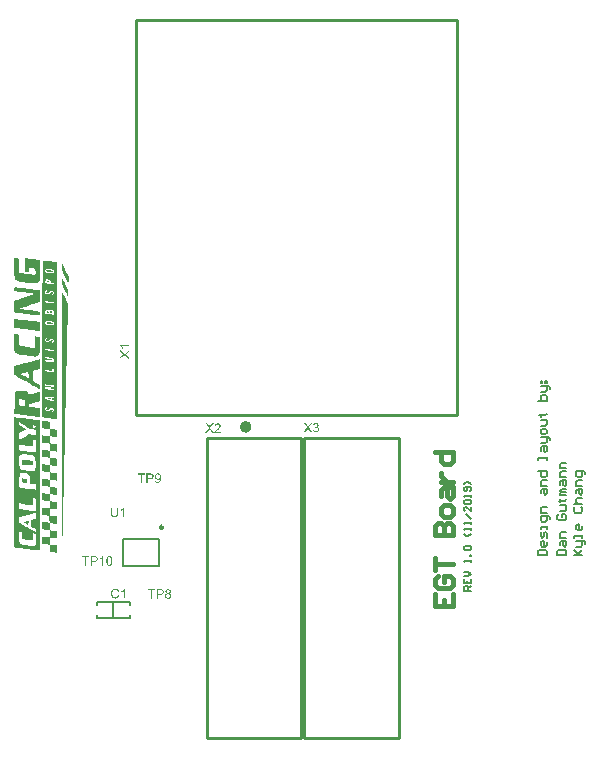
<source format=gbr>
%TF.GenerationSoftware,Altium Limited,Altium Designer,19.0.10 (269)*%
G04 Layer_Color=65535*
%FSLAX26Y26*%
%MOIN*%
%TF.FileFunction,Legend,Top*%
%TF.Part,Single*%
G01*
G75*
%TA.AperFunction,NonConductor*%
%ADD22C,0.009842*%
%ADD23C,0.005906*%
%ADD24C,0.007874*%
%ADD35C,0.019685*%
%ADD36C,0.010000*%
%ADD37C,0.015748*%
G36*
X594178Y147450D02*
X594861D01*
X595625Y147395D01*
X596417Y147340D01*
X597182Y147286D01*
X597536Y147231D01*
X597864Y147177D01*
X597891D01*
X597973Y147149D01*
X598082Y147122D01*
X598246Y147095D01*
X598437Y147040D01*
X598683Y146986D01*
X599229Y146849D01*
X599830Y146631D01*
X600485Y146385D01*
X601140Y146057D01*
X601741Y145675D01*
X601768D01*
X601822Y145620D01*
X601904Y145566D01*
X602014Y145484D01*
X602287Y145238D01*
X602641Y144911D01*
X603051Y144474D01*
X603488Y143955D01*
X603897Y143327D01*
X604279Y142645D01*
Y142618D01*
X604334Y142563D01*
X604361Y142454D01*
X604443Y142317D01*
X604498Y142126D01*
X604580Y141908D01*
X604689Y141662D01*
X604771Y141389D01*
X604853Y141089D01*
X604962Y140761D01*
X605098Y140024D01*
X605208Y139205D01*
X605262Y138359D01*
Y138304D01*
Y138195D01*
X605235Y137976D01*
Y137676D01*
X605180Y137349D01*
X605126Y136939D01*
X605044Y136502D01*
X604935Y136011D01*
X604798Y135492D01*
X604634Y134946D01*
X604416Y134373D01*
X604170Y133800D01*
X603897Y133226D01*
X603542Y132653D01*
X603160Y132107D01*
X602696Y131561D01*
X602669Y131534D01*
X602587Y131452D01*
X602423Y131315D01*
X602205Y131124D01*
X601904Y130933D01*
X601522Y130687D01*
X601085Y130442D01*
X600567Y130196D01*
X599993Y129923D01*
X599311Y129677D01*
X598547Y129432D01*
X597700Y129240D01*
X596772Y129049D01*
X595762Y128913D01*
X594643Y128831D01*
X593441Y128804D01*
X585388D01*
Y116000D01*
X581211D01*
Y147477D01*
X593878D01*
X594178Y147450D01*
D02*
G37*
G36*
X576980Y143764D02*
X566551D01*
Y116000D01*
X562374D01*
Y143764D01*
X552000D01*
Y147477D01*
X576980D01*
Y143764D01*
D02*
G37*
G36*
X619649Y147559D02*
X619922D01*
X620277Y147504D01*
X620687Y147450D01*
X621124Y147395D01*
X621615Y147286D01*
X622134Y147149D01*
X622680Y147013D01*
X623226Y146794D01*
X623772Y146576D01*
X624318Y146303D01*
X624864Y145975D01*
X625382Y145620D01*
X625874Y145184D01*
X625901Y145156D01*
X625983Y145075D01*
X626120Y144938D01*
X626283Y144747D01*
X626474Y144529D01*
X626665Y144256D01*
X626911Y143928D01*
X627157Y143546D01*
X627375Y143163D01*
X627621Y142699D01*
X627812Y142235D01*
X628030Y141717D01*
X628167Y141171D01*
X628303Y140597D01*
X628385Y139997D01*
X628413Y139369D01*
Y139341D01*
Y139260D01*
Y139150D01*
X628385Y139014D01*
Y138823D01*
X628358Y138604D01*
X628276Y138086D01*
X628140Y137485D01*
X627921Y136830D01*
X627621Y136175D01*
X627457Y135847D01*
X627239Y135547D01*
Y135519D01*
X627184Y135465D01*
X627130Y135383D01*
X627020Y135274D01*
X626911Y135137D01*
X626747Y135001D01*
X626584Y134810D01*
X626365Y134646D01*
X626147Y134428D01*
X625874Y134236D01*
X625601Y134018D01*
X625273Y133827D01*
X624946Y133608D01*
X624563Y133417D01*
X624181Y133226D01*
X623744Y133062D01*
X623772D01*
X623881Y133008D01*
X624017Y132953D01*
X624208Y132871D01*
X624454Y132790D01*
X624755Y132653D01*
X625055Y132489D01*
X625382Y132325D01*
X626092Y131889D01*
X626829Y131370D01*
X627539Y130742D01*
X627867Y130387D01*
X628167Y130005D01*
X628194Y129978D01*
X628222Y129923D01*
X628303Y129786D01*
X628413Y129623D01*
X628522Y129432D01*
X628658Y129186D01*
X628795Y128913D01*
X628931Y128585D01*
X629068Y128230D01*
X629204Y127876D01*
X629341Y127439D01*
X629450Y127002D01*
X629641Y126046D01*
X629668Y125555D01*
X629696Y125009D01*
Y124954D01*
Y124818D01*
X629668Y124627D01*
X629641Y124326D01*
X629614Y123999D01*
X629532Y123589D01*
X629450Y123125D01*
X629341Y122634D01*
X629177Y122115D01*
X628986Y121569D01*
X628768Y121023D01*
X628495Y120450D01*
X628167Y119877D01*
X627785Y119303D01*
X627348Y118730D01*
X626829Y118211D01*
X626802Y118184D01*
X626693Y118102D01*
X626529Y117966D01*
X626311Y117775D01*
X626010Y117583D01*
X625683Y117338D01*
X625273Y117092D01*
X624809Y116846D01*
X624290Y116601D01*
X623744Y116355D01*
X623116Y116109D01*
X622461Y115918D01*
X621751Y115727D01*
X620987Y115591D01*
X620168Y115509D01*
X619322Y115481D01*
X619103D01*
X618885Y115509D01*
X618557Y115536D01*
X618148Y115563D01*
X617684Y115618D01*
X617192Y115700D01*
X616619Y115836D01*
X616046Y115973D01*
X615445Y116164D01*
X614817Y116382D01*
X614162Y116655D01*
X613534Y116956D01*
X612934Y117338D01*
X612333Y117747D01*
X611787Y118239D01*
X611760Y118266D01*
X611678Y118375D01*
X611514Y118512D01*
X611350Y118730D01*
X611132Y119003D01*
X610886Y119331D01*
X610640Y119713D01*
X610367Y120122D01*
X610094Y120614D01*
X609849Y121132D01*
X609603Y121678D01*
X609385Y122306D01*
X609221Y122934D01*
X609084Y123617D01*
X608975Y124326D01*
X608948Y125091D01*
Y125118D01*
Y125227D01*
Y125391D01*
X608975Y125610D01*
X609002Y125883D01*
X609030Y126183D01*
X609084Y126510D01*
X609139Y126893D01*
X609330Y127712D01*
X609466Y128149D01*
X609603Y128558D01*
X609794Y128995D01*
X609985Y129432D01*
X610231Y129841D01*
X610504Y130251D01*
X610531Y130278D01*
X610586Y130333D01*
X610668Y130442D01*
X610804Y130578D01*
X610941Y130742D01*
X611159Y130960D01*
X611378Y131151D01*
X611650Y131370D01*
X611951Y131616D01*
X612278Y131861D01*
X612633Y132080D01*
X613043Y132325D01*
X613480Y132517D01*
X613944Y132735D01*
X614435Y132899D01*
X614954Y133062D01*
X614927D01*
X614845Y133117D01*
X614735Y133144D01*
X614544Y133226D01*
X614353Y133308D01*
X614135Y133417D01*
X613589Y133718D01*
X613015Y134073D01*
X612415Y134482D01*
X611842Y135001D01*
X611596Y135274D01*
X611350Y135574D01*
Y135601D01*
X611296Y135656D01*
X611241Y135738D01*
X611159Y135874D01*
X611077Y136011D01*
X610995Y136202D01*
X610886Y136420D01*
X610777Y136666D01*
X610558Y137239D01*
X610395Y137922D01*
X610258Y138659D01*
X610204Y139478D01*
Y139505D01*
Y139642D01*
X610231Y139806D01*
Y140051D01*
X610285Y140352D01*
X610340Y140679D01*
X610422Y141061D01*
X610504Y141471D01*
X610640Y141908D01*
X610804Y142372D01*
X610995Y142863D01*
X611241Y143355D01*
X611514Y143846D01*
X611842Y144310D01*
X612224Y144774D01*
X612661Y145238D01*
X612688Y145266D01*
X612770Y145347D01*
X612906Y145457D01*
X613125Y145593D01*
X613370Y145784D01*
X613671Y145975D01*
X614026Y146194D01*
X614408Y146412D01*
X614872Y146631D01*
X615363Y146849D01*
X615909Y147040D01*
X616483Y147231D01*
X617111Y147368D01*
X617793Y147477D01*
X618503Y147559D01*
X619240Y147586D01*
X619431D01*
X619649Y147559D01*
D02*
G37*
G36*
X403553Y226000D02*
X399677D01*
Y250597D01*
X399649Y250570D01*
X399622Y250543D01*
X399540Y250461D01*
X399431Y250379D01*
X399267Y250242D01*
X399103Y250106D01*
X398912Y249942D01*
X398694Y249751D01*
X398148Y249369D01*
X397520Y248905D01*
X396810Y248413D01*
X395991Y247922D01*
X395964Y247895D01*
X395882Y247867D01*
X395773Y247785D01*
X395609Y247703D01*
X395418Y247594D01*
X395200Y247485D01*
X394926Y247321D01*
X394654Y247185D01*
X394026Y246857D01*
X393343Y246530D01*
X392633Y246202D01*
X391951Y245929D01*
Y249669D01*
X391978Y249696D01*
X392087Y249751D01*
X392278Y249833D01*
X392497Y249942D01*
X392770Y250079D01*
X393097Y250270D01*
X393452Y250461D01*
X393862Y250707D01*
X394299Y250952D01*
X394735Y251252D01*
X395691Y251880D01*
X396674Y252590D01*
X397602Y253355D01*
X397629Y253382D01*
X397711Y253464D01*
X397820Y253573D01*
X398011Y253737D01*
X398202Y253928D01*
X398421Y254146D01*
X398667Y254419D01*
X398940Y254692D01*
X399513Y255347D01*
X400086Y256057D01*
X400605Y256822D01*
X400851Y257204D01*
X401042Y257586D01*
X403553D01*
Y226000D01*
D02*
G37*
G36*
X374178Y257450D02*
X374861D01*
X375625Y257395D01*
X376417Y257340D01*
X377182Y257286D01*
X377536Y257231D01*
X377864Y257177D01*
X377891D01*
X377973Y257149D01*
X378082Y257122D01*
X378246Y257095D01*
X378437Y257040D01*
X378683Y256986D01*
X379229Y256849D01*
X379830Y256631D01*
X380485Y256385D01*
X381140Y256057D01*
X381741Y255675D01*
X381768D01*
X381822Y255620D01*
X381904Y255566D01*
X382014Y255484D01*
X382287Y255238D01*
X382642Y254911D01*
X383051Y254474D01*
X383488Y253955D01*
X383897Y253327D01*
X384279Y252645D01*
Y252618D01*
X384334Y252563D01*
X384361Y252454D01*
X384443Y252317D01*
X384498Y252126D01*
X384580Y251908D01*
X384689Y251662D01*
X384771Y251389D01*
X384853Y251089D01*
X384962Y250761D01*
X385099Y250024D01*
X385208Y249205D01*
X385262Y248359D01*
Y248304D01*
Y248195D01*
X385235Y247976D01*
Y247676D01*
X385180Y247349D01*
X385126Y246939D01*
X385044Y246502D01*
X384935Y246011D01*
X384798Y245492D01*
X384634Y244946D01*
X384416Y244373D01*
X384170Y243800D01*
X383897Y243226D01*
X383542Y242653D01*
X383160Y242107D01*
X382696Y241561D01*
X382669Y241534D01*
X382587Y241452D01*
X382423Y241315D01*
X382205Y241124D01*
X381904Y240933D01*
X381522Y240687D01*
X381085Y240442D01*
X380567Y240196D01*
X379993Y239923D01*
X379311Y239677D01*
X378546Y239432D01*
X377700Y239240D01*
X376772Y239049D01*
X375762Y238913D01*
X374643Y238831D01*
X373441Y238804D01*
X365388D01*
Y226000D01*
X361211D01*
Y257477D01*
X373878D01*
X374178Y257450D01*
D02*
G37*
G36*
X356979Y253764D02*
X346551D01*
Y226000D01*
X342374D01*
Y253764D01*
X332000D01*
Y257477D01*
X356979D01*
Y253764D01*
D02*
G37*
G36*
X424165Y257559D02*
X424383D01*
X424629Y257531D01*
X424902Y257504D01*
X425229Y257450D01*
X425912Y257340D01*
X426649Y257149D01*
X427413Y256904D01*
X428151Y256549D01*
X428178D01*
X428233Y256494D01*
X428342Y256440D01*
X428478Y256358D01*
X428642Y256248D01*
X428833Y256139D01*
X429270Y255812D01*
X429789Y255375D01*
X430307Y254883D01*
X430826Y254283D01*
X431317Y253600D01*
X431345Y253573D01*
X431372Y253518D01*
X431427Y253409D01*
X431536Y253273D01*
X431618Y253082D01*
X431754Y252863D01*
X431891Y252590D01*
X432027Y252290D01*
X432191Y251990D01*
X432355Y251635D01*
X432519Y251225D01*
X432682Y250816D01*
X432983Y249915D01*
X433283Y248932D01*
Y248905D01*
X433310Y248796D01*
X433338Y248659D01*
X433392Y248441D01*
X433447Y248140D01*
X433501Y247813D01*
X433583Y247430D01*
X433638Y246966D01*
X433692Y246475D01*
X433774Y245902D01*
X433829Y245301D01*
X433884Y244646D01*
X433938Y243936D01*
X433966Y243172D01*
X433993Y242353D01*
Y241506D01*
Y241479D01*
Y241452D01*
Y241370D01*
Y241261D01*
Y240960D01*
X433966Y240578D01*
Y240114D01*
X433938Y239568D01*
X433911Y238968D01*
X433856Y238312D01*
X433802Y237602D01*
X433720Y236893D01*
X433501Y235391D01*
X433392Y234654D01*
X433228Y233917D01*
X433037Y233207D01*
X432846Y232552D01*
Y232525D01*
X432792Y232416D01*
X432737Y232224D01*
X432628Y232006D01*
X432519Y231706D01*
X432355Y231378D01*
X432191Y231023D01*
X432000Y230641D01*
X431509Y229795D01*
X430935Y228921D01*
X430225Y228075D01*
X429843Y227665D01*
X429434Y227310D01*
X429406Y227283D01*
X429325Y227228D01*
X429215Y227147D01*
X429024Y227037D01*
X428806Y226874D01*
X428533Y226737D01*
X428233Y226573D01*
X427878Y226410D01*
X427468Y226218D01*
X427059Y226055D01*
X426567Y225918D01*
X426076Y225782D01*
X425530Y225645D01*
X424957Y225563D01*
X424356Y225509D01*
X423728Y225481D01*
X423537D01*
X423291Y225509D01*
X422964Y225536D01*
X422581Y225590D01*
X422145Y225645D01*
X421653Y225754D01*
X421135Y225891D01*
X420561Y226055D01*
X419988Y226273D01*
X419387Y226519D01*
X418787Y226846D01*
X418186Y227201D01*
X417640Y227638D01*
X417094Y228129D01*
X416575Y228703D01*
X416548Y228757D01*
X416439Y228894D01*
X416302Y229139D01*
X416084Y229467D01*
X415866Y229904D01*
X415593Y230423D01*
X415320Y231050D01*
X415019Y231788D01*
X414719Y232634D01*
X414446Y233562D01*
X414173Y234627D01*
X413955Y235773D01*
X413845Y236401D01*
X413764Y237029D01*
X413682Y237712D01*
X413600Y238422D01*
X413545Y239159D01*
X413490Y239896D01*
X413463Y240687D01*
Y241506D01*
Y241534D01*
Y241561D01*
Y241643D01*
Y241752D01*
Y242052D01*
X413490Y242435D01*
Y242899D01*
X413518Y243445D01*
X413572Y244045D01*
X413600Y244728D01*
X413682Y245410D01*
X413736Y246147D01*
X413955Y247649D01*
X414091Y248386D01*
X414228Y249123D01*
X414419Y249833D01*
X414610Y250488D01*
X414637Y250515D01*
X414664Y250652D01*
X414719Y250816D01*
X414828Y251061D01*
X414937Y251334D01*
X415101Y251662D01*
X415265Y252017D01*
X415456Y252426D01*
X415947Y253273D01*
X416521Y254146D01*
X417231Y254993D01*
X417613Y255375D01*
X418022Y255730D01*
X418050Y255757D01*
X418132Y255812D01*
X418268Y255893D01*
X418432Y256030D01*
X418650Y256166D01*
X418923Y256330D01*
X419224Y256494D01*
X419578Y256658D01*
X419988Y256822D01*
X420425Y257013D01*
X420889Y257149D01*
X421380Y257286D01*
X421926Y257422D01*
X422500Y257504D01*
X423100Y257559D01*
X423728Y257586D01*
X423974D01*
X424165Y257559D01*
D02*
G37*
G36*
X585404Y533559D02*
X585677Y533532D01*
X585977Y533504D01*
X586332Y533450D01*
X586741Y533368D01*
X587151Y533286D01*
X587588Y533177D01*
X588052Y533040D01*
X588543Y532876D01*
X589035Y532685D01*
X589526Y532467D01*
X589990Y532221D01*
X590481Y531921D01*
X590509Y531894D01*
X590591Y531839D01*
X590727Y531757D01*
X590891Y531620D01*
X591109Y531457D01*
X591355Y531238D01*
X591628Y530993D01*
X591928Y530720D01*
X592229Y530419D01*
X592556Y530064D01*
X592884Y529682D01*
X593212Y529245D01*
X593512Y528781D01*
X593812Y528317D01*
X594112Y527771D01*
X594358Y527225D01*
X594385Y527198D01*
X594413Y527089D01*
X594495Y526898D01*
X594577Y526652D01*
X594658Y526352D01*
X594795Y525942D01*
X594904Y525505D01*
X595041Y524987D01*
X595150Y524386D01*
X595286Y523731D01*
X595395Y522994D01*
X595477Y522202D01*
X595587Y521356D01*
X595641Y520428D01*
X595668Y519445D01*
X595696Y518380D01*
Y518353D01*
Y518325D01*
Y518216D01*
Y518107D01*
Y517971D01*
Y517807D01*
X595668Y517370D01*
Y516879D01*
X595641Y516278D01*
X595587Y515623D01*
X595532Y514913D01*
X595450Y514176D01*
X595368Y513384D01*
X595150Y511773D01*
X594986Y510982D01*
X594822Y510217D01*
X594604Y509480D01*
X594385Y508770D01*
X594358Y508743D01*
X594331Y508607D01*
X594249Y508416D01*
X594140Y508197D01*
X594003Y507897D01*
X593839Y507542D01*
X593648Y507160D01*
X593403Y506750D01*
X593157Y506313D01*
X592857Y505877D01*
X592529Y505413D01*
X592174Y504976D01*
X591819Y504539D01*
X591382Y504102D01*
X590946Y503693D01*
X590481Y503338D01*
X590454Y503310D01*
X590372Y503256D01*
X590208Y503174D01*
X590017Y503037D01*
X589772Y502901D01*
X589471Y502764D01*
X589144Y502573D01*
X588762Y502409D01*
X588325Y502246D01*
X587861Y502082D01*
X587369Y501918D01*
X586823Y501782D01*
X586277Y501645D01*
X585677Y501563D01*
X585049Y501509D01*
X584421Y501481D01*
X584257D01*
X584066Y501509D01*
X583793D01*
X583493Y501536D01*
X583111Y501591D01*
X582728Y501645D01*
X582264Y501727D01*
X581800Y501836D01*
X581309Y501973D01*
X580817Y502137D01*
X580299Y502355D01*
X579780Y502573D01*
X579288Y502846D01*
X578824Y503174D01*
X578360Y503529D01*
X578333Y503556D01*
X578251Y503638D01*
X578142Y503747D01*
X577978Y503911D01*
X577814Y504129D01*
X577596Y504375D01*
X577378Y504675D01*
X577132Y505030D01*
X576913Y505413D01*
X576668Y505849D01*
X576422Y506313D01*
X576204Y506832D01*
X576013Y507378D01*
X575821Y507979D01*
X575685Y508607D01*
X575576Y509289D01*
X579288Y509644D01*
Y509617D01*
X579316Y509535D01*
X579343Y509398D01*
X579370Y509207D01*
X579425Y508989D01*
X579507Y508743D01*
X579698Y508170D01*
X579916Y507542D01*
X580244Y506914D01*
X580599Y506313D01*
X580817Y506068D01*
X581063Y505822D01*
X581090D01*
X581118Y505767D01*
X581199Y505713D01*
X581309Y505631D01*
X581445Y505549D01*
X581609Y505440D01*
X581991Y505249D01*
X582483Y505030D01*
X583056Y504839D01*
X583738Y504703D01*
X584093Y504675D01*
X584476Y504648D01*
X584776D01*
X584940Y504675D01*
X585103Y504703D01*
X585540Y504757D01*
X586032Y504839D01*
X586550Y504976D01*
X587096Y505167D01*
X587615Y505440D01*
X587642D01*
X587670Y505467D01*
X587833Y505604D01*
X588079Y505767D01*
X588379Y506013D01*
X588734Y506341D01*
X589089Y506696D01*
X589471Y507132D01*
X589799Y507624D01*
Y507651D01*
X589826Y507678D01*
X589881Y507760D01*
X589936Y507870D01*
X590017Y508006D01*
X590099Y508170D01*
X590208Y508361D01*
X590318Y508607D01*
X590536Y509125D01*
X590782Y509753D01*
X591028Y510490D01*
X591246Y511309D01*
Y511337D01*
X591273Y511418D01*
X591301Y511528D01*
X591328Y511719D01*
X591382Y511910D01*
X591437Y512183D01*
X591492Y512456D01*
X591546Y512784D01*
X591573Y513111D01*
X591628Y513493D01*
X591737Y514285D01*
X591792Y515131D01*
X591819Y516032D01*
Y516087D01*
Y516223D01*
Y516469D01*
Y516769D01*
X591765Y516715D01*
X591710Y516633D01*
X591601Y516496D01*
X591492Y516332D01*
X591355Y516169D01*
X590973Y515732D01*
X590536Y515268D01*
X589990Y514776D01*
X589335Y514285D01*
X588625Y513821D01*
X588598D01*
X588543Y513766D01*
X588434Y513712D01*
X588270Y513630D01*
X588106Y513548D01*
X587861Y513466D01*
X587615Y513357D01*
X587342Y513248D01*
X586687Y513029D01*
X585977Y512865D01*
X585158Y512729D01*
X584312Y512674D01*
X584148D01*
X583929Y512702D01*
X583657Y512729D01*
X583329Y512756D01*
X582947Y512811D01*
X582510Y512920D01*
X582019Y513029D01*
X581527Y513166D01*
X580981Y513357D01*
X580435Y513602D01*
X579889Y513848D01*
X579316Y514176D01*
X578770Y514558D01*
X578224Y514995D01*
X577705Y515486D01*
X577678Y515514D01*
X577596Y515623D01*
X577459Y515787D01*
X577296Y516005D01*
X577077Y516278D01*
X576859Y516633D01*
X576613Y517042D01*
X576367Y517479D01*
X576094Y517998D01*
X575849Y518571D01*
X575630Y519172D01*
X575439Y519854D01*
X575248Y520564D01*
X575112Y521301D01*
X575030Y522120D01*
X575002Y522966D01*
Y522994D01*
Y523021D01*
Y523185D01*
X575030Y523431D01*
X575057Y523758D01*
X575084Y524168D01*
X575139Y524632D01*
X575248Y525150D01*
X575357Y525724D01*
X575494Y526324D01*
X575685Y526952D01*
X575931Y527580D01*
X576176Y528235D01*
X576504Y528863D01*
X576886Y529491D01*
X577323Y530092D01*
X577814Y530665D01*
X577842Y530692D01*
X577951Y530802D01*
X578115Y530938D01*
X578333Y531129D01*
X578606Y531347D01*
X578934Y531593D01*
X579316Y531866D01*
X579753Y532139D01*
X580244Y532412D01*
X580790Y532658D01*
X581363Y532904D01*
X581991Y533122D01*
X582646Y533313D01*
X583356Y533450D01*
X584093Y533559D01*
X584885Y533586D01*
X585185D01*
X585404Y533559D01*
D02*
G37*
G36*
X560178Y533450D02*
X560861D01*
X561625Y533395D01*
X562417Y533340D01*
X563182Y533286D01*
X563536Y533231D01*
X563864Y533177D01*
X563891D01*
X563973Y533149D01*
X564082Y533122D01*
X564246Y533095D01*
X564437Y533040D01*
X564683Y532986D01*
X565229Y532849D01*
X565830Y532631D01*
X566485Y532385D01*
X567140Y532057D01*
X567741Y531675D01*
X567768D01*
X567822Y531620D01*
X567904Y531566D01*
X568014Y531484D01*
X568287Y531238D01*
X568641Y530911D01*
X569051Y530474D01*
X569488Y529955D01*
X569897Y529327D01*
X570279Y528645D01*
Y528617D01*
X570334Y528563D01*
X570361Y528454D01*
X570443Y528317D01*
X570498Y528126D01*
X570580Y527908D01*
X570689Y527662D01*
X570771Y527389D01*
X570853Y527089D01*
X570962Y526761D01*
X571098Y526024D01*
X571208Y525205D01*
X571262Y524359D01*
Y524304D01*
Y524195D01*
X571235Y523976D01*
Y523676D01*
X571180Y523349D01*
X571126Y522939D01*
X571044Y522502D01*
X570935Y522011D01*
X570798Y521492D01*
X570634Y520946D01*
X570416Y520373D01*
X570170Y519800D01*
X569897Y519226D01*
X569542Y518653D01*
X569160Y518107D01*
X568696Y517561D01*
X568669Y517534D01*
X568587Y517452D01*
X568423Y517315D01*
X568205Y517124D01*
X567904Y516933D01*
X567522Y516687D01*
X567085Y516442D01*
X566567Y516196D01*
X565993Y515923D01*
X565311Y515677D01*
X564547Y515432D01*
X563700Y515240D01*
X562772Y515049D01*
X561762Y514913D01*
X560643Y514831D01*
X559441Y514804D01*
X551388D01*
Y502000D01*
X547211D01*
Y533477D01*
X559878D01*
X560178Y533450D01*
D02*
G37*
G36*
X542980Y529764D02*
X532551D01*
Y502000D01*
X528374D01*
Y529764D01*
X518000D01*
Y533477D01*
X542980D01*
Y529764D01*
D02*
G37*
G36*
X144734Y1250713D02*
X147796Y1250275D01*
X152170Y1249838D01*
X155231Y1249400D01*
X158293Y1248963D01*
X162230Y1248526D01*
X166604Y1248088D01*
X167041D01*
X167479D01*
X170540Y1247651D01*
X174040Y1247213D01*
X178851Y1246776D01*
X183225Y1245901D01*
X187162Y1245464D01*
X189786Y1245026D01*
X190661D01*
X191098D01*
Y1241090D01*
X191536Y1239340D01*
Y1195163D01*
X191098Y1189039D01*
Y1179416D01*
X190661Y1178104D01*
Y1176792D01*
X190223Y1175917D01*
X189349Y1174605D01*
X188474Y1172855D01*
X186724Y1171543D01*
X184537Y1169794D01*
X181913Y1168044D01*
X178851Y1167169D01*
X178414D01*
X177976D01*
X176227D01*
X173602D01*
X169666D01*
X164417Y1167607D01*
X161355Y1168044D01*
X157856Y1168481D01*
X153482Y1168919D01*
X149108Y1169356D01*
X148670D01*
X148233D01*
X145609Y1169794D01*
X141672Y1170231D01*
X137298Y1171106D01*
X132924Y1171543D01*
X128987Y1171981D01*
X126363Y1172418D01*
X125051D01*
X124613D01*
X124176D01*
X122864Y1172855D01*
X121114Y1173730D01*
X118927Y1174605D01*
X114116Y1177667D01*
X111929Y1179416D01*
X109742Y1182041D01*
X109304Y1182478D01*
X108867Y1183790D01*
X108430Y1185977D01*
X107992Y1188164D01*
X107555Y1188602D01*
Y1189914D01*
X107117Y1192538D01*
Y1199099D01*
X106680Y1202161D01*
Y1251150D01*
X107992D01*
X108867D01*
X109742Y1250713D01*
X110617D01*
X112366Y1250275D01*
X114553Y1249838D01*
X120677Y1248963D01*
Y1205660D01*
X121552Y1204786D01*
Y1204348D01*
X122426Y1203473D01*
X123301Y1202599D01*
X124613Y1201724D01*
X125051D01*
X125926D01*
X128113Y1201286D01*
X131174Y1200849D01*
X135111Y1200412D01*
X138173Y1199974D01*
X141235Y1199537D01*
X144734Y1199099D01*
X149108Y1198662D01*
X149545D01*
X149983D01*
X152607Y1198225D01*
X156544Y1197787D01*
X160918Y1197350D01*
X165292Y1196912D01*
X169228Y1196475D01*
X172290Y1196038D01*
X173165D01*
X173602D01*
X174477Y1196475D01*
X175352Y1196912D01*
X176664Y1197787D01*
X177539Y1198662D01*
Y1209160D01*
X177101Y1211784D01*
Y1213096D01*
X176664Y1213534D01*
Y1213971D01*
X175789Y1214846D01*
X174914Y1215721D01*
X173602Y1216595D01*
X173165D01*
X172727Y1217033D01*
X171415Y1217470D01*
X169666Y1218345D01*
X167041Y1218782D01*
X163979Y1219220D01*
X160043Y1219657D01*
X155231D01*
Y1203911D01*
X153919D01*
X153044D01*
X152170Y1204348D01*
X151295D01*
X149545D01*
X147358Y1204786D01*
X141235Y1205660D01*
Y1247651D01*
X141672Y1250275D01*
Y1251150D01*
X142109D01*
X142984D01*
X144734Y1250713D01*
D02*
G37*
G36*
X266331Y1234966D02*
X266768Y1234091D01*
X267643Y1232779D01*
X268955Y1229717D01*
X270705Y1225781D01*
X272017Y1223156D01*
X273767Y1220095D01*
X275516Y1216595D01*
X277266Y1212659D01*
X287764Y1189039D01*
Y1178542D01*
X287326Y1177229D01*
Y1175042D01*
X286889Y1171106D01*
Y1167607D01*
X286451Y1168481D01*
X285577Y1169794D01*
X284264Y1172418D01*
X282077Y1176355D01*
X281203Y1178979D01*
X279453Y1182041D01*
X277703Y1185103D01*
X275954Y1189039D01*
X265456Y1211784D01*
Y1233654D01*
X265894Y1234966D01*
Y1235404D01*
X266331Y1234966D01*
D02*
G37*
G36*
Y1186852D02*
X267206Y1185540D01*
X268518Y1182916D01*
X270268Y1178979D01*
X271580Y1176355D01*
X272892Y1173730D01*
X274204Y1170231D01*
X275954Y1166294D01*
X286889Y1144862D01*
Y1131302D01*
X286451Y1129553D01*
Y1125616D01*
X286014Y1123867D01*
Y1122117D01*
X285577Y1122992D01*
X284702Y1124741D01*
X283827Y1126054D01*
X282952Y1127803D01*
Y1128241D01*
X282515Y1129115D01*
X281640Y1130428D01*
X280765Y1132177D01*
X278578Y1136551D01*
X275954Y1142675D01*
X265456Y1164545D01*
Y1186415D01*
X265894Y1187727D01*
X266331Y1186852D01*
D02*
G37*
G36*
X111491Y1153172D02*
X113241D01*
X113678D01*
X114116D01*
X115428D01*
X117178Y1152735D01*
X119365D01*
X121989Y1152298D01*
X125488Y1151860D01*
X128987Y1151423D01*
X129425D01*
X130737D01*
X132924Y1150985D01*
X135548D01*
X138610Y1150548D01*
X141672Y1150111D01*
X149108Y1148798D01*
X190661Y1143550D01*
Y1105496D01*
X156106Y1093686D01*
X155669D01*
X154794Y1093249D01*
X153044Y1092374D01*
X150857Y1091936D01*
X145171Y1089749D01*
X139485Y1087562D01*
X139048D01*
X138173Y1087125D01*
X136861Y1086688D01*
X135111Y1085813D01*
X130737Y1084501D01*
X126800Y1083188D01*
X126363D01*
X125926D01*
X124176Y1082751D01*
X122426Y1082314D01*
X121552Y1081876D01*
X122426D01*
X123739D01*
X126800Y1081439D01*
X128550Y1081001D01*
X130737D01*
X133799Y1080564D01*
X136861Y1080127D01*
X140797Y1079689D01*
X145171Y1079252D01*
X150420Y1078814D01*
X156106Y1077940D01*
X156544D01*
X157418D01*
X159168Y1077502D01*
X161355D01*
X166604Y1076627D01*
X172727Y1075753D01*
X178851Y1074878D01*
X184537Y1074003D01*
X186724Y1073566D01*
X188474Y1073128D01*
X189786D01*
X190661Y1072691D01*
X191536D01*
Y1060006D01*
X190661D01*
X189786D01*
X188036Y1060444D01*
X186724D01*
X184975D01*
X182788Y1060881D01*
X179726Y1061318D01*
X176664Y1061756D01*
X172727Y1062193D01*
X167916Y1062631D01*
X162230Y1063068D01*
X156106Y1063943D01*
X149108Y1064818D01*
X148670D01*
X147358Y1065255D01*
X145171D01*
X142547Y1065692D01*
X139485Y1066130D01*
X135986Y1066567D01*
X128550Y1067442D01*
X121114Y1068317D01*
X117615Y1068754D01*
X114553Y1069192D01*
X111929Y1069629D01*
X109742Y1070066D01*
X108430D01*
X107992D01*
X106680Y1070941D01*
Y1109432D01*
X112804Y1111182D01*
X113678D01*
X115865Y1111619D01*
X118927Y1112494D01*
X119802Y1112932D01*
X122426Y1113806D01*
X126363Y1115119D01*
X131612Y1116868D01*
X132049D01*
X132924Y1117306D01*
X134236Y1118180D01*
X136423Y1118618D01*
X140797Y1120367D01*
X146046Y1122117D01*
X146483D01*
X147358Y1122554D01*
X148670Y1123429D01*
X150857Y1123867D01*
X155231Y1125616D01*
X160480Y1127366D01*
X160918D01*
X161355Y1127803D01*
X164417Y1128678D01*
X167479Y1129990D01*
X170978Y1130865D01*
X171415D01*
X172727Y1131302D01*
X174477Y1131740D01*
X174914Y1132177D01*
X174477D01*
X173165Y1132615D01*
X170540Y1133052D01*
X168791Y1133489D01*
X166604Y1133927D01*
X163979D01*
X160918Y1134802D01*
X156981Y1135239D01*
X152607Y1135676D01*
X147358Y1136114D01*
X141672Y1136989D01*
X141235D01*
X140360D01*
X138610Y1137426D01*
X136423D01*
X131174Y1138301D01*
X124613Y1139176D01*
X118490Y1139613D01*
X113241Y1140488D01*
X111054D01*
X109304Y1140925D01*
X107992D01*
X107555D01*
X107117Y1141800D01*
X106680Y1143550D01*
Y1150548D01*
X107117Y1152735D01*
X107555Y1153172D01*
X107992Y1153610D01*
X108430D01*
X110179D01*
X111491Y1153172D01*
D02*
G37*
G36*
X110179Y1047759D02*
X111491D01*
X113241D01*
X115428Y1047322D01*
X118052Y1046884D01*
X121552Y1046447D01*
X125488Y1046009D01*
X130300Y1045572D01*
X135986Y1045135D01*
X142109Y1044260D01*
X149545Y1043385D01*
X149983D01*
X151295D01*
X153482Y1042948D01*
X156106Y1042510D01*
X159168Y1042073D01*
X162667D01*
X170103Y1041198D01*
X177539Y1040323D01*
X181038Y1039886D01*
X184537Y1039448D01*
X187162Y1039011D01*
X189349D01*
X190661Y1038574D01*
X191098D01*
Y1036824D01*
X191536Y1035074D01*
Y1007956D01*
X190661D01*
X189786Y1008393D01*
X188036D01*
X186287Y1008830D01*
X184537D01*
X182350Y1009268D01*
X179288Y1009705D01*
X175789Y1010143D01*
X171853Y1010580D01*
X167041Y1011455D01*
X161792Y1011892D01*
X155231Y1012767D01*
X148233Y1013642D01*
X106680Y1018891D01*
Y1048196D01*
X107992D01*
X108430D01*
X110179Y1047759D01*
D02*
G37*
G36*
X115428Y996583D02*
X120677Y996146D01*
Y967715D01*
X121114Y964653D01*
Y962466D01*
X121552Y961591D01*
Y961154D01*
X122426Y960716D01*
X123301Y960279D01*
X124613Y959842D01*
X125051Y959404D01*
X125926D01*
X127675Y958967D01*
X130737Y958529D01*
X135111Y957655D01*
X137735Y957217D01*
X140797Y956780D01*
X144734Y956342D01*
X149108Y955905D01*
X173602Y952843D01*
X174914Y953718D01*
X175352D01*
X176664Y954593D01*
Y990022D01*
X177539D01*
X177976D01*
X178851D01*
X181038Y989585D01*
X184537Y989147D01*
X191536Y988273D01*
Y953718D01*
X191098Y948032D01*
Y942783D01*
X190661Y937534D01*
X190223Y933598D01*
X189786Y931848D01*
X189349Y930973D01*
X188911Y930536D01*
X187599Y928349D01*
X186724Y927911D01*
X184537Y926162D01*
X181038Y924412D01*
X175789Y923100D01*
X174914D01*
X173602D01*
X171415Y923537D01*
X167916Y923975D01*
X163542Y924412D01*
X157418Y925287D01*
X153919Y925724D01*
X149983Y926162D01*
X149545D01*
X148670D01*
X147796Y926599D01*
X146046D01*
X141672Y927037D01*
X136861Y927911D01*
X132049Y928349D01*
X127238Y929224D01*
X123739Y929661D01*
X122426Y930098D01*
X121552D01*
X121114D01*
X119802Y930973D01*
X117615Y931848D01*
X115428Y933598D01*
X112804Y935347D01*
X110179Y937972D01*
X107992Y941033D01*
X106680Y944970D01*
Y997021D01*
X107992D01*
X108867D01*
X111491D01*
X115428Y996583D01*
D02*
G37*
G36*
X191536Y881984D02*
X180601Y878923D01*
X180163D01*
X178851Y878485D01*
X177101Y878048D01*
X174914Y877610D01*
X173165Y876736D01*
X171415Y876298D01*
X170103Y875861D01*
X169666D01*
X168791D01*
Y841744D01*
X180601Y835620D01*
X191536Y828622D01*
Y815062D01*
X191098D01*
X190661Y815500D01*
X189786Y815937D01*
X188474Y816374D01*
X186724Y817687D01*
X184100Y818999D01*
X180163Y820748D01*
X175789Y823373D01*
X170540Y826435D01*
X163542Y829934D01*
X155669Y834745D01*
X146483Y839994D01*
X135548Y846118D01*
X122864Y853116D01*
X116303Y857053D01*
X108867Y861427D01*
X106680Y862301D01*
Y891607D01*
X143422Y900793D01*
X143859D01*
X144734Y901230D01*
X146483Y901667D01*
X148670Y902542D01*
X151295Y903417D01*
X154357Y904292D01*
X161792Y906041D01*
X162230D01*
X163542Y906479D01*
X165292Y906916D01*
X167479Y907354D01*
X172727Y908666D01*
X177976Y909978D01*
X178414D01*
X178851Y910415D01*
X181038Y910853D01*
X183225Y911290D01*
X184100D01*
X184537D01*
X191536Y913477D01*
Y881984D01*
D02*
G37*
G36*
X128113Y809376D02*
X133361Y808939D01*
X133799D01*
X135548D01*
X137735Y808501D01*
X140360D01*
X143422Y808064D01*
X146046D01*
X147796Y807626D01*
X149108Y807189D01*
X149983Y806752D01*
X151732Y805002D01*
X153919Y801503D01*
X155231Y797129D01*
Y795379D01*
X155669D01*
X156106Y795817D01*
X157418Y796254D01*
X159605Y796691D01*
X163105Y798004D01*
X167479Y799316D01*
X173602Y801065D01*
X174477Y801503D01*
X176227Y801940D01*
X179288Y802815D01*
X182350Y804127D01*
X185849Y805439D01*
X188911Y806314D01*
X190661Y806752D01*
X191536Y807189D01*
Y774821D01*
X189349Y773509D01*
X188911D01*
X188474D01*
X187162Y773072D01*
X186724D01*
X185412Y772634D01*
X182788Y772197D01*
X179726Y770885D01*
X179288D01*
X178851D01*
X177101Y770447D01*
X174477Y770010D01*
X171853Y769573D01*
X155231Y764761D01*
Y756888D01*
X155669Y756451D01*
Y756013D01*
X156106D01*
X156544D01*
X157856Y755576D01*
X160043D01*
X163542Y755138D01*
X167916Y754701D01*
X173602Y753826D01*
X174477D01*
X176227Y753389D01*
X178851Y752951D01*
X182350Y752514D01*
X183225D01*
X184975Y752077D01*
X187162D01*
X189349Y751639D01*
X189786D01*
X190223D01*
X191098Y751202D01*
X191536D01*
Y721459D01*
X190661D01*
X189786D01*
X188474Y721896D01*
X187162D01*
X185412D01*
X183225Y722333D01*
X180601Y722771D01*
X177101Y723208D01*
X173165Y723646D01*
X168353Y724083D01*
X162667Y724520D01*
X156544Y725395D01*
X149108Y726270D01*
X148670D01*
X147358Y726707D01*
X145171D01*
X142984Y727145D01*
X139922Y727582D01*
X136423Y728020D01*
X128987Y728894D01*
X121552Y730207D01*
X118052Y730644D01*
X114553Y731081D01*
X111929Y731519D01*
X110179Y731956D01*
X108430Y732394D01*
X107992D01*
X106680D01*
X107992Y765636D01*
Y802815D01*
X108430Y803252D01*
X109304Y805002D01*
X111054Y807189D01*
X113678Y808939D01*
X114553Y809376D01*
X115865D01*
X117615Y809813D01*
X120239D01*
X123739D01*
X128113Y809376D01*
D02*
G37*
G36*
X206845Y1242839D02*
X211656Y1242402D01*
X214280D01*
X217780Y1241965D01*
X221716Y1241090D01*
X226090Y1240652D01*
X230902Y1240215D01*
X236150Y1239340D01*
X241837Y1238028D01*
X248398Y1237153D01*
X249710D01*
Y714460D01*
X248398D01*
X247960D01*
X246211D01*
X243149Y714898D01*
X241399D01*
X238775Y715335D01*
X236150Y715772D01*
X232651D01*
X228715Y716647D01*
X224341Y717085D01*
X219529Y717959D01*
X213843Y718397D01*
X207719Y719709D01*
X201158Y720584D01*
X200284D01*
Y1160608D01*
X200721Y1171543D01*
Y1236716D01*
X201158Y1240215D01*
Y1243277D01*
X201596D01*
X203345D01*
X206845Y1242839D01*
D02*
G37*
G36*
X207282Y708337D02*
X207719D01*
X209032D01*
X210781Y707899D01*
X212968D01*
X224778Y705712D01*
Y682093D01*
X225215D01*
X226090D01*
X227840Y681655D01*
X229589Y681218D01*
X232651Y680780D01*
X236588Y680343D01*
X237025D01*
X238337D01*
X240524Y679906D01*
X242711D01*
X244898Y679468D01*
X247085D01*
X248398Y679031D01*
X249272D01*
Y677281D01*
X249710Y675969D01*
Y654536D01*
X248398D01*
X247960D01*
X247523D01*
X246648D01*
X244898Y654974D01*
X243149D01*
X240087D01*
X236588Y655411D01*
X236150D01*
X234838Y655849D01*
X233089Y656286D01*
X231339Y656723D01*
X226965Y657161D01*
X225653Y657598D01*
X224778D01*
Y633979D01*
X236588Y631792D01*
X237025D01*
X238337D01*
X240524Y631354D01*
X242711D01*
X244898D01*
X247085Y630917D01*
X248398D01*
X249272D01*
Y629167D01*
X249710Y627855D01*
Y606422D01*
X248398D01*
X247960D01*
X247523D01*
X246648D01*
X245336Y606860D01*
X243149D01*
X240524Y607297D01*
X237025Y607735D01*
X236588D01*
X235276Y608172D01*
X233526D01*
X231339Y608609D01*
X227402Y609047D01*
X225653Y609484D01*
X224778D01*
Y585865D01*
X236588Y583678D01*
X237025D01*
X238337D01*
X240087Y583240D01*
X242274D01*
X244461D01*
X246211Y582803D01*
X247523D01*
X248398D01*
X249710D01*
Y558308D01*
X248398D01*
X247960D01*
X247523D01*
X245773D01*
X243586Y558746D01*
X240962D01*
X237025Y559621D01*
X232214Y560058D01*
X226090Y560933D01*
X224778D01*
Y537313D01*
X225215D01*
X225653D01*
X226528D01*
X228277Y536876D01*
X230464Y536438D01*
X233089Y536001D01*
X236588Y535564D01*
X237025D01*
X238337D01*
X239650Y535126D01*
X241837D01*
X245773Y534689D01*
X247523D01*
X248398D01*
X249710D01*
Y511507D01*
X249272Y510194D01*
Y509757D01*
X248835D01*
X248398D01*
X247523D01*
X245773Y510194D01*
X243586D01*
X240524Y510632D01*
X236588Y511069D01*
X236150D01*
X234838Y511507D01*
X232651D01*
X230464Y511944D01*
X228715Y512381D01*
X226528D01*
X225215Y512819D01*
X224778D01*
Y489199D01*
X223903D01*
X223028D01*
X220841Y489637D01*
X218217Y490074D01*
X214280Y490949D01*
X206407Y491824D01*
X202908Y492261D01*
X200284D01*
Y515881D01*
X201158D01*
X202033D01*
X203783Y515443D01*
X206407Y515006D01*
X209906Y514568D01*
X217342Y513256D01*
X220841Y512819D01*
X223903D01*
X224341Y513694D01*
Y515881D01*
X224778Y518068D01*
Y535564D01*
X224341Y536876D01*
Y537313D01*
X223903D01*
X223466D01*
X222591D01*
X221279Y537751D01*
X219092D01*
X216030Y538188D01*
X212093Y538625D01*
X211656D01*
X210344Y539063D01*
X208157D01*
X205970Y539500D01*
X204220Y539938D01*
X202033D01*
X200721Y540375D01*
X200284D01*
Y563995D01*
X201158D01*
X201596D01*
X202471D01*
X203783D01*
X205970Y563557D01*
X208594D01*
X212093Y563120D01*
X212531D01*
X213843D01*
X216030Y562682D01*
X217780D01*
X219967Y562245D01*
X222154Y561808D01*
X223466Y561370D01*
X223903Y560933D01*
X224778D01*
Y585865D01*
X212968Y586739D01*
X212531D01*
X211219D01*
X209032Y587177D01*
X206845D01*
X205095Y587614D01*
X202908Y588052D01*
X201596D01*
X201158Y588489D01*
X200284D01*
Y612109D01*
X200721D01*
X201596D01*
X203345D01*
X205970Y611671D01*
X209032D01*
X212968Y611234D01*
X218217Y610359D01*
X223903Y609484D01*
X224778D01*
Y633104D01*
X223903Y633979D01*
X223466D01*
X222591D01*
X221716D01*
X220404Y634416D01*
X218217D01*
X215593D01*
X212093Y634853D01*
X211656D01*
X210344D01*
X208594Y635291D01*
X206407D01*
X204220D01*
X202471Y635728D01*
X201158D01*
X200284D01*
Y660660D01*
X200721D01*
X201596D01*
X203345Y660223D01*
X205095Y659785D01*
X208157Y659348D01*
X212093Y658910D01*
X212531D01*
X213843D01*
X216030Y658473D01*
X218217D01*
X220404Y658036D01*
X222154D01*
X223466Y657598D01*
X224341D01*
Y658910D01*
X224778Y660660D01*
Y681218D01*
X223903Y682093D01*
X223466D01*
X222591D01*
X220841Y682530D01*
X219092D01*
X216030D01*
X212093Y682967D01*
X200284Y685154D01*
Y708774D01*
X201158D01*
X202033D01*
X202908D01*
X203345D01*
X203783D01*
X205095D01*
X207282Y708337D01*
D02*
G37*
G36*
X228715Y488762D02*
X230902Y488324D01*
X233963Y487887D01*
X237900Y487450D01*
X249710Y486137D01*
Y463393D01*
X249272Y462080D01*
Y461643D01*
X248835D01*
X248398D01*
X247523D01*
X245773Y462080D01*
X244024D01*
X240962Y462518D01*
X237463Y462955D01*
X237025D01*
X235713Y463393D01*
X233963D01*
X231776Y463830D01*
X229589Y464267D01*
X227840D01*
X226090Y464705D01*
X225653D01*
X225215Y464267D01*
Y461643D01*
X224778Y459893D01*
Y441085D01*
X223903D01*
X223466D01*
X222591D01*
X220841Y441523D01*
X219092D01*
X216030D01*
X212093Y441960D01*
X200284Y444147D01*
Y467767D01*
X201158D01*
X201596D01*
X202033D01*
X204658Y467329D01*
X207719Y466892D01*
X211656Y466454D01*
X216030Y465580D01*
X219529Y465142D01*
X222591Y464705D01*
X223466D01*
X223903D01*
X224341Y465580D01*
Y467767D01*
X224778Y469954D01*
Y489199D01*
X225215D01*
X225653D01*
X226965D01*
X228715Y488762D01*
D02*
G37*
G36*
X227402Y440648D02*
X229152D01*
X230902Y440210D01*
X233963Y439773D01*
X237900Y438898D01*
X249710Y438023D01*
Y413529D01*
X248398D01*
X247523D01*
X245336Y413966D01*
X242711Y414404D01*
X238775Y415279D01*
X230902Y416153D01*
X227402Y416591D01*
X224778D01*
Y396908D01*
X225215Y394721D01*
Y393409D01*
X225653Y392971D01*
X226090D01*
X226528D01*
X227402D01*
X228715Y392534D01*
X230902Y392096D01*
X233526Y391659D01*
X237463Y391222D01*
X237900D01*
X239212D01*
X240962Y390784D01*
X243149D01*
X245336Y390347D01*
X247085D01*
X248398Y389909D01*
X249272D01*
Y388597D01*
X249710Y386848D01*
Y367165D01*
X249272Y365852D01*
Y365415D01*
X248835D01*
X248398D01*
X247523D01*
X245773Y365852D01*
X243586D01*
X240524Y366290D01*
X236588Y366727D01*
X236150D01*
X234838Y367165D01*
X232651D01*
X230464Y367602D01*
X228715D01*
X226528Y368039D01*
X225215D01*
X224778D01*
Y344420D01*
X225215D01*
X226090D01*
X227840Y343982D01*
X229589Y343545D01*
X232651Y343108D01*
X236588Y342670D01*
X249710Y341795D01*
Y319051D01*
X249272Y317301D01*
Y316864D01*
X248835D01*
X248398D01*
X247523D01*
X245773Y317301D01*
X244024D01*
X240962Y317738D01*
X237463Y318176D01*
X237025D01*
X235713Y318613D01*
X233963D01*
X231776Y319051D01*
X229589Y319488D01*
X227840D01*
X226090Y319925D01*
X225653D01*
X225215Y319488D01*
Y316864D01*
X224778Y315114D01*
Y296306D01*
X223903D01*
X223466D01*
X223028D01*
X222154D01*
X220404Y296743D01*
X218654D01*
X215593D01*
X212093Y297181D01*
X200284Y299368D01*
Y323862D01*
X201158Y322987D01*
X202033D01*
X203783Y322550D01*
X206845Y322112D01*
X210344D01*
X217780Y321238D01*
X221279Y320800D01*
X223903D01*
X224341Y321238D01*
Y323862D01*
X224778Y325612D01*
Y342670D01*
X224341Y343982D01*
Y344420D01*
X223903D01*
X223466D01*
X222591D01*
X221279Y344857D01*
X219092D01*
X216030Y345295D01*
X212093Y345732D01*
X211656D01*
X210344Y346169D01*
X208157D01*
X205970Y346607D01*
X204220Y347044D01*
X202033D01*
X200721Y347482D01*
X200284D01*
Y371976D01*
X201158Y371101D01*
X201596D01*
X202471D01*
X204220D01*
X205970Y370664D01*
X209032D01*
X212968Y370226D01*
X224778Y369352D01*
X223903Y381161D01*
Y392971D01*
X212093Y393846D01*
X211656D01*
X210344Y394283D01*
X208157D01*
X205970Y394721D01*
X204220Y395158D01*
X202033D01*
X200721Y395596D01*
X200284D01*
Y417466D01*
X200721Y418778D01*
Y419215D01*
X201158D01*
X201596D01*
X202471D01*
X203783Y418778D01*
X205970D01*
X208594Y418340D01*
X212531Y417903D01*
X212968D01*
X214280D01*
X216030Y417466D01*
X218217D01*
X220404Y417028D01*
X222154D01*
X223903Y416591D01*
X224341D01*
Y417903D01*
X224778Y419653D01*
Y441085D01*
X226090D01*
X226528D01*
X227402Y440648D01*
D02*
G37*
G36*
X107992Y720584D02*
X108867D01*
X110617Y720146D01*
X111929D01*
X113678D01*
X115865Y719709D01*
X118490Y719272D01*
X121989Y718834D01*
X125926Y718397D01*
X130737Y717959D01*
X136423Y717522D01*
X142547Y716647D01*
X149983Y715772D01*
X191536Y710524D01*
Y276623D01*
X190661D01*
X189786D01*
X188036Y277060D01*
X186287D01*
X184537D01*
X182350Y277498D01*
X179726Y277935D01*
X176227Y278372D01*
X172290Y278810D01*
X167479Y279247D01*
X162230Y279685D01*
X156106Y280559D01*
X149108Y281434D01*
X148670D01*
X147358Y281872D01*
X145171D01*
X142547Y282309D01*
X139485Y282746D01*
X135986Y283184D01*
X128550Y284059D01*
X121114Y284933D01*
X117615Y285371D01*
X114553Y285808D01*
X111929Y286246D01*
X109742Y286683D01*
X108430D01*
X107992D01*
X106680D01*
Y721459D01*
X107992Y720584D01*
D02*
G37*
G36*
X266331Y1140050D02*
X267206Y1138301D01*
X268518Y1135676D01*
X270268Y1132177D01*
X272892Y1126928D01*
X274204Y1123429D01*
X275954Y1119930D01*
X286014Y1099372D01*
X275954Y682967D01*
Y675969D01*
X275516Y672907D01*
Y655849D01*
X275079Y644476D01*
X274642Y631792D01*
Y617795D01*
X274204Y602923D01*
X273767Y586302D01*
X273329Y569243D01*
X272892Y551310D01*
X272455Y532939D01*
X272017Y513694D01*
X271142Y475202D01*
X270268Y436274D01*
X269830Y417028D01*
X269393Y398657D01*
X268955Y380724D01*
X268518Y363665D01*
X268081Y347044D01*
X267643Y332173D01*
X267206Y318176D01*
X266768Y305491D01*
Y289307D01*
X266331Y284933D01*
Y274436D01*
X265894Y271811D01*
Y312052D01*
X265456Y321675D01*
Y1087562D01*
X265894Y1100684D01*
Y1140488D01*
X266331Y1140050D01*
D02*
G37*
G36*
X227402Y295868D02*
X229152D01*
X233526Y295431D01*
X237900Y294556D01*
X249710Y293244D01*
Y268750D01*
X247523D01*
X247085D01*
X246211Y269187D01*
X245773D01*
X244898Y269624D01*
X243586D01*
X241399Y270062D01*
X240962D01*
X239212Y270499D01*
X237463Y270937D01*
X235713D01*
X224778Y271811D01*
Y296306D01*
X225215D01*
X226090D01*
X227402Y295868D01*
D02*
G37*
G36*
X1088204Y687190D02*
X1099998Y670701D01*
X1094865D01*
X1086894Y681921D01*
X1086867Y681976D01*
X1086785Y682085D01*
X1086648Y682276D01*
X1086484Y682522D01*
X1086293Y682822D01*
X1086075Y683122D01*
X1085611Y683832D01*
Y683805D01*
X1085556Y683750D01*
X1085502Y683696D01*
X1085447Y683586D01*
X1085256Y683286D01*
X1085037Y682958D01*
X1084792Y682604D01*
X1084546Y682221D01*
X1084300Y681894D01*
X1084109Y681621D01*
X1076138Y670701D01*
X1071142D01*
X1083290Y686999D01*
X1072561Y702178D01*
X1077503D01*
X1083263Y694097D01*
X1083290Y694070D01*
X1083345Y693988D01*
X1083427Y693851D01*
X1083563Y693687D01*
X1083700Y693469D01*
X1083863Y693251D01*
X1084246Y692677D01*
X1084682Y692049D01*
X1085092Y691422D01*
X1085474Y690794D01*
X1085802Y690220D01*
Y690248D01*
X1085856Y690302D01*
X1085911Y690384D01*
X1085993Y690521D01*
X1086102Y690684D01*
X1086211Y690875D01*
X1086512Y691312D01*
X1086867Y691858D01*
X1087303Y692459D01*
X1087767Y693114D01*
X1088286Y693797D01*
X1094592Y702178D01*
X1099124D01*
X1088204Y687190D01*
D02*
G37*
G36*
X1112419Y702260D02*
X1112638D01*
X1112911Y702232D01*
X1113211Y702205D01*
X1113539Y702150D01*
X1114276Y702014D01*
X1115095Y701823D01*
X1115914Y701550D01*
X1116733Y701168D01*
X1116760D01*
X1116842Y701113D01*
X1116951Y701058D01*
X1117088Y700976D01*
X1117279Y700867D01*
X1117470Y700731D01*
X1117961Y700376D01*
X1118480Y699966D01*
X1119026Y699448D01*
X1119572Y698847D01*
X1120036Y698165D01*
X1120063Y698137D01*
X1120091Y698083D01*
X1120145Y697973D01*
X1120227Y697837D01*
X1120309Y697646D01*
X1120418Y697455D01*
X1120527Y697209D01*
X1120637Y696936D01*
X1120828Y696336D01*
X1121019Y695653D01*
X1121155Y694889D01*
X1121210Y694506D01*
Y694097D01*
Y694070D01*
Y694015D01*
Y693906D01*
X1121183Y693769D01*
Y693578D01*
X1121155Y693360D01*
X1121073Y692868D01*
X1120937Y692295D01*
X1120746Y691667D01*
X1120473Y691039D01*
X1120091Y690384D01*
Y690357D01*
X1120036Y690302D01*
X1119981Y690220D01*
X1119899Y690111D01*
X1119627Y689811D01*
X1119272Y689429D01*
X1118835Y689019D01*
X1118262Y688555D01*
X1117606Y688145D01*
X1116869Y687736D01*
X1116897D01*
X1117006Y687709D01*
X1117142Y687654D01*
X1117333Y687600D01*
X1117552Y687518D01*
X1117825Y687436D01*
X1118125Y687299D01*
X1118453Y687163D01*
X1119162Y686808D01*
X1119517Y686589D01*
X1119872Y686344D01*
X1120227Y686071D01*
X1120582Y685743D01*
X1120910Y685415D01*
X1121210Y685061D01*
X1121237Y685033D01*
X1121264Y684979D01*
X1121346Y684842D01*
X1121456Y684706D01*
X1121565Y684487D01*
X1121701Y684269D01*
X1121838Y683996D01*
X1122002Y683668D01*
X1122138Y683313D01*
X1122275Y682931D01*
X1122411Y682522D01*
X1122520Y682058D01*
X1122630Y681593D01*
X1122711Y681075D01*
X1122739Y680556D01*
X1122766Y679983D01*
Y679928D01*
Y679792D01*
X1122739Y679573D01*
X1122711Y679300D01*
X1122684Y678945D01*
X1122602Y678536D01*
X1122520Y678072D01*
X1122384Y677553D01*
X1122220Y677034D01*
X1122029Y676461D01*
X1121783Y675888D01*
X1121483Y675287D01*
X1121128Y674714D01*
X1120746Y674113D01*
X1120282Y673540D01*
X1119736Y672994D01*
X1119708Y672967D01*
X1119599Y672885D01*
X1119435Y672721D01*
X1119190Y672557D01*
X1118889Y672339D01*
X1118534Y672093D01*
X1118125Y671847D01*
X1117661Y671574D01*
X1117142Y671301D01*
X1116569Y671056D01*
X1115941Y670810D01*
X1115258Y670592D01*
X1114549Y670428D01*
X1113784Y670291D01*
X1112993Y670182D01*
X1112146Y670155D01*
X1111955D01*
X1111737Y670182D01*
X1111464D01*
X1111109Y670237D01*
X1110699Y670291D01*
X1110235Y670373D01*
X1109744Y670455D01*
X1109198Y670592D01*
X1108652Y670755D01*
X1108079Y670947D01*
X1107505Y671192D01*
X1106905Y671465D01*
X1106359Y671793D01*
X1105785Y672175D01*
X1105267Y672612D01*
X1105239Y672639D01*
X1105158Y672721D01*
X1105021Y672857D01*
X1104830Y673076D01*
X1104611Y673322D01*
X1104393Y673595D01*
X1104120Y673949D01*
X1103847Y674359D01*
X1103574Y674796D01*
X1103301Y675260D01*
X1103055Y675806D01*
X1102810Y676379D01*
X1102591Y676980D01*
X1102400Y677635D01*
X1102264Y678317D01*
X1102155Y679027D01*
X1106031Y679546D01*
Y679519D01*
X1106058Y679409D01*
X1106113Y679246D01*
X1106168Y679000D01*
X1106222Y678727D01*
X1106331Y678427D01*
X1106441Y678072D01*
X1106550Y677717D01*
X1106877Y676925D01*
X1107260Y676161D01*
X1107478Y675779D01*
X1107724Y675424D01*
X1107997Y675096D01*
X1108270Y674796D01*
X1108297Y674769D01*
X1108352Y674741D01*
X1108434Y674659D01*
X1108570Y674577D01*
X1108707Y674468D01*
X1108898Y674332D01*
X1109116Y674195D01*
X1109362Y674086D01*
X1109935Y673813D01*
X1110590Y673567D01*
X1111355Y673404D01*
X1111764Y673376D01*
X1112174Y673349D01*
X1112447D01*
X1112638Y673376D01*
X1112856Y673404D01*
X1113129Y673458D01*
X1113429Y673513D01*
X1113784Y673595D01*
X1114139Y673677D01*
X1114494Y673813D01*
X1114876Y673949D01*
X1115286Y674141D01*
X1115668Y674359D01*
X1116050Y674605D01*
X1116432Y674905D01*
X1116787Y675233D01*
X1116815Y675260D01*
X1116869Y675314D01*
X1116951Y675424D01*
X1117088Y675560D01*
X1117224Y675751D01*
X1117388Y675970D01*
X1117552Y676243D01*
X1117743Y676516D01*
X1117907Y676843D01*
X1118070Y677198D01*
X1118234Y677580D01*
X1118371Y677990D01*
X1118507Y678427D01*
X1118589Y678891D01*
X1118644Y679382D01*
X1118671Y679901D01*
Y679928D01*
Y680010D01*
Y680147D01*
X1118644Y680338D01*
X1118616Y680583D01*
X1118589Y680829D01*
X1118534Y681129D01*
X1118453Y681457D01*
X1118234Y682139D01*
X1118098Y682522D01*
X1117934Y682877D01*
X1117743Y683259D01*
X1117497Y683614D01*
X1117224Y683969D01*
X1116924Y684296D01*
X1116897Y684323D01*
X1116842Y684378D01*
X1116733Y684460D01*
X1116623Y684569D01*
X1116432Y684706D01*
X1116241Y684842D01*
X1115996Y685006D01*
X1115723Y685170D01*
X1115422Y685306D01*
X1115067Y685470D01*
X1114713Y685607D01*
X1114330Y685743D01*
X1113893Y685852D01*
X1113457Y685934D01*
X1112993Y685989D01*
X1112501Y686016D01*
X1112310D01*
X1112064Y685989D01*
X1111764Y685962D01*
X1111355Y685907D01*
X1110890Y685852D01*
X1110372Y685743D01*
X1109771Y685607D01*
X1110208Y688992D01*
X1110263D01*
X1110426Y688965D01*
X1110645Y688937D01*
X1111082D01*
X1111245Y688965D01*
X1111464D01*
X1111709Y689019D01*
X1112010Y689046D01*
X1112310Y689101D01*
X1112993Y689265D01*
X1113730Y689483D01*
X1114494Y689811D01*
X1114876Y690002D01*
X1115258Y690220D01*
X1115286Y690248D01*
X1115340Y690275D01*
X1115450Y690357D01*
X1115559Y690466D01*
X1115723Y690602D01*
X1115886Y690766D01*
X1116050Y690957D01*
X1116241Y691203D01*
X1116432Y691476D01*
X1116596Y691749D01*
X1116760Y692077D01*
X1116924Y692432D01*
X1117033Y692841D01*
X1117142Y693251D01*
X1117197Y693715D01*
X1117224Y694206D01*
Y694233D01*
Y694288D01*
Y694397D01*
X1117197Y694561D01*
X1117169Y694725D01*
X1117142Y694943D01*
X1117033Y695435D01*
X1116869Y695981D01*
X1116623Y696581D01*
X1116460Y696854D01*
X1116269Y697154D01*
X1116023Y697428D01*
X1115777Y697701D01*
X1115750Y697728D01*
X1115723Y697755D01*
X1115641Y697837D01*
X1115504Y697919D01*
X1115368Y698028D01*
X1115204Y698137D01*
X1115013Y698274D01*
X1114767Y698410D01*
X1114248Y698683D01*
X1113593Y698902D01*
X1112883Y699066D01*
X1112474Y699093D01*
X1112064Y699120D01*
X1111846D01*
X1111682Y699093D01*
X1111491Y699066D01*
X1111273Y699038D01*
X1110754Y698956D01*
X1110181Y698765D01*
X1109553Y698519D01*
X1109225Y698356D01*
X1108925Y698165D01*
X1108625Y697946D01*
X1108324Y697701D01*
X1108297Y697673D01*
X1108270Y697646D01*
X1108188Y697564D01*
X1108079Y697428D01*
X1107969Y697291D01*
X1107833Y697100D01*
X1107669Y696881D01*
X1107533Y696636D01*
X1107369Y696363D01*
X1107205Y696035D01*
X1107041Y695680D01*
X1106877Y695298D01*
X1106741Y694889D01*
X1106604Y694452D01*
X1106495Y693960D01*
X1106413Y693442D01*
X1102537Y694124D01*
Y694179D01*
X1102564Y694288D01*
X1102619Y694506D01*
X1102673Y694752D01*
X1102782Y695080D01*
X1102892Y695462D01*
X1103028Y695871D01*
X1103192Y696336D01*
X1103383Y696800D01*
X1103629Y697291D01*
X1103874Y697782D01*
X1104175Y698301D01*
X1104502Y698793D01*
X1104884Y699257D01*
X1105294Y699721D01*
X1105731Y700130D01*
X1105758Y700158D01*
X1105840Y700212D01*
X1105976Y700321D01*
X1106195Y700458D01*
X1106441Y700622D01*
X1106714Y700813D01*
X1107069Y701004D01*
X1107451Y701222D01*
X1107888Y701413D01*
X1108352Y701604D01*
X1108870Y701795D01*
X1109416Y701959D01*
X1110017Y702096D01*
X1110645Y702205D01*
X1111300Y702260D01*
X1111983Y702287D01*
X1112228D01*
X1112419Y702260D01*
D02*
G37*
G36*
X452734Y401295D02*
Y401240D01*
Y401077D01*
Y400831D01*
X452707Y400503D01*
Y400121D01*
X452679Y399657D01*
X452652Y399138D01*
X452597Y398565D01*
X452543Y397992D01*
X452461Y397364D01*
X452270Y396108D01*
X451997Y394880D01*
X451833Y394306D01*
X451642Y393760D01*
Y393733D01*
X451587Y393651D01*
X451533Y393487D01*
X451423Y393296D01*
X451314Y393050D01*
X451150Y392777D01*
X450987Y392477D01*
X450768Y392150D01*
X450522Y391795D01*
X450222Y391440D01*
X449922Y391058D01*
X449567Y390675D01*
X449158Y390293D01*
X448748Y389938D01*
X448284Y389556D01*
X447765Y389228D01*
X447738Y389201D01*
X447629Y389147D01*
X447492Y389065D01*
X447247Y388955D01*
X446974Y388819D01*
X446646Y388683D01*
X446264Y388519D01*
X445800Y388355D01*
X445308Y388191D01*
X444762Y388027D01*
X444134Y387891D01*
X443506Y387754D01*
X442797Y387645D01*
X442060Y387563D01*
X441268Y387509D01*
X440421Y387481D01*
X439985D01*
X439684Y387509D01*
X439302Y387536D01*
X438865Y387563D01*
X438401Y387618D01*
X437855Y387672D01*
X437309Y387754D01*
X436709Y387836D01*
X435507Y388109D01*
X434907Y388300D01*
X434306Y388491D01*
X433733Y388710D01*
X433187Y388983D01*
X433160Y389010D01*
X433078Y389065D01*
X432914Y389147D01*
X432723Y389256D01*
X432505Y389420D01*
X432231Y389611D01*
X431959Y389856D01*
X431658Y390102D01*
X431331Y390402D01*
X431003Y390730D01*
X430648Y391085D01*
X430320Y391494D01*
X430020Y391931D01*
X429720Y392395D01*
X429447Y392887D01*
X429201Y393405D01*
Y393433D01*
X429147Y393542D01*
X429092Y393706D01*
X429010Y393924D01*
X428928Y394224D01*
X428819Y394579D01*
X428710Y394989D01*
X428601Y395480D01*
X428491Y395999D01*
X428382Y396599D01*
X428273Y397255D01*
X428191Y397964D01*
X428109Y398702D01*
X428055Y399521D01*
X428027Y400394D01*
X428000Y401295D01*
Y419477D01*
X432177D01*
Y401322D01*
Y401268D01*
Y401131D01*
Y400940D01*
Y400640D01*
X432204Y400312D01*
Y399930D01*
X432231Y399493D01*
X432259Y399029D01*
X432368Y398046D01*
X432477Y397064D01*
X432586Y396572D01*
X432668Y396108D01*
X432777Y395671D01*
X432914Y395289D01*
Y395262D01*
X432941Y395207D01*
X432996Y395098D01*
X433050Y394962D01*
X433160Y394798D01*
X433242Y394634D01*
X433542Y394197D01*
X433897Y393706D01*
X434334Y393214D01*
X434880Y392723D01*
X435535Y392286D01*
X435562D01*
X435617Y392231D01*
X435726Y392204D01*
X435862Y392122D01*
X436053Y392040D01*
X436272Y391959D01*
X436518Y391877D01*
X436791Y391767D01*
X437118Y391658D01*
X437446Y391576D01*
X437828Y391494D01*
X438238Y391413D01*
X439111Y391303D01*
X440067Y391249D01*
X440258D01*
X440503Y391276D01*
X440804D01*
X441186Y391303D01*
X441623Y391358D01*
X442087Y391413D01*
X442606Y391522D01*
X443124Y391631D01*
X443670Y391767D01*
X444216Y391931D01*
X444762Y392122D01*
X445281Y392368D01*
X445745Y392641D01*
X446209Y392969D01*
X446591Y393324D01*
X446619Y393351D01*
X446673Y393433D01*
X446782Y393542D01*
X446892Y393733D01*
X447055Y393979D01*
X447219Y394306D01*
X447383Y394661D01*
X447574Y395098D01*
X447765Y395617D01*
X447929Y396190D01*
X448093Y396845D01*
X448257Y397582D01*
X448366Y398374D01*
X448475Y399275D01*
X448530Y400258D01*
X448557Y401322D01*
Y419477D01*
X452734D01*
Y401295D01*
D02*
G37*
G36*
X472663Y388000D02*
X468786D01*
Y412597D01*
X468759Y412570D01*
X468732Y412543D01*
X468650Y412461D01*
X468541Y412379D01*
X468377Y412242D01*
X468213Y412106D01*
X468022Y411942D01*
X467803Y411751D01*
X467257Y411369D01*
X466630Y410905D01*
X465920Y410413D01*
X465101Y409922D01*
X465073Y409895D01*
X464991Y409867D01*
X464882Y409785D01*
X464719Y409704D01*
X464527Y409594D01*
X464309Y409485D01*
X464036Y409321D01*
X463763Y409185D01*
X463135Y408857D01*
X462453Y408530D01*
X461743Y408202D01*
X461060Y407929D01*
Y411669D01*
X461088Y411696D01*
X461197Y411751D01*
X461388Y411833D01*
X461606Y411942D01*
X461879Y412079D01*
X462207Y412270D01*
X462562Y412461D01*
X462971Y412707D01*
X463408Y412952D01*
X463845Y413252D01*
X464800Y413880D01*
X465783Y414590D01*
X466711Y415355D01*
X466739Y415382D01*
X466821Y415464D01*
X466930Y415573D01*
X467121Y415737D01*
X467312Y415928D01*
X467530Y416146D01*
X467776Y416419D01*
X468049Y416692D01*
X468622Y417348D01*
X469196Y418057D01*
X469714Y418822D01*
X469960Y419204D01*
X470151Y419586D01*
X472663D01*
Y388000D01*
D02*
G37*
G36*
X760311Y685221D02*
X772104Y668732D01*
X766972D01*
X759000Y679953D01*
X758973Y680007D01*
X758891Y680116D01*
X758754Y680308D01*
X758591Y680553D01*
X758399Y680854D01*
X758181Y681154D01*
X757717Y681864D01*
Y681836D01*
X757662Y681782D01*
X757608Y681727D01*
X757553Y681618D01*
X757362Y681318D01*
X757144Y680990D01*
X756898Y680635D01*
X756652Y680253D01*
X756407Y679925D01*
X756216Y679652D01*
X748244Y668732D01*
X743248D01*
X755396Y685030D01*
X744668Y700209D01*
X749609D01*
X755369Y692128D01*
X755396Y692101D01*
X755451Y692019D01*
X755533Y691883D01*
X755669Y691719D01*
X755806Y691500D01*
X755970Y691282D01*
X756352Y690709D01*
X756789Y690081D01*
X757198Y689453D01*
X757581Y688825D01*
X757908Y688252D01*
Y688279D01*
X757963Y688334D01*
X758017Y688416D01*
X758099Y688552D01*
X758208Y688716D01*
X758318Y688907D01*
X758618Y689344D01*
X758973Y689890D01*
X759410Y690490D01*
X759874Y691146D01*
X760392Y691828D01*
X766699Y700209D01*
X771231D01*
X760311Y685221D01*
D02*
G37*
G36*
X785099Y700291D02*
X785399D01*
X785781Y700236D01*
X786245Y700182D01*
X786737Y700100D01*
X787256Y700018D01*
X787829Y699882D01*
X788402Y699718D01*
X789003Y699499D01*
X789603Y699254D01*
X790204Y698981D01*
X790777Y698626D01*
X791323Y698244D01*
X791842Y697807D01*
X791869Y697779D01*
X791951Y697698D01*
X792088Y697561D01*
X792251Y697370D01*
X792470Y697124D01*
X792688Y696824D01*
X792907Y696469D01*
X793180Y696087D01*
X793425Y695650D01*
X793644Y695186D01*
X793889Y694667D01*
X794081Y694121D01*
X794244Y693548D01*
X794381Y692920D01*
X794463Y692265D01*
X794490Y691582D01*
Y691555D01*
Y691500D01*
Y691391D01*
Y691255D01*
X794463Y691091D01*
Y690873D01*
X794381Y690409D01*
X794299Y689835D01*
X794163Y689207D01*
X793971Y688525D01*
X793698Y687842D01*
Y687815D01*
X793671Y687760D01*
X793616Y687651D01*
X793562Y687542D01*
X793480Y687351D01*
X793371Y687160D01*
X793234Y686941D01*
X793098Y686696D01*
X792743Y686122D01*
X792306Y685467D01*
X791760Y684757D01*
X791132Y684020D01*
X791105Y683993D01*
X791050Y683938D01*
X790941Y683802D01*
X790805Y683638D01*
X790586Y683447D01*
X790341Y683201D01*
X790067Y682901D01*
X789740Y682573D01*
X789330Y682191D01*
X788894Y681782D01*
X788429Y681318D01*
X787884Y680826D01*
X787310Y680308D01*
X786655Y679734D01*
X785972Y679134D01*
X785208Y678478D01*
X785181Y678451D01*
X785044Y678342D01*
X784880Y678205D01*
X784635Y678014D01*
X784362Y677769D01*
X784062Y677496D01*
X783707Y677195D01*
X783352Y676895D01*
X782587Y676240D01*
X781850Y675585D01*
X781523Y675284D01*
X781195Y674984D01*
X780949Y674738D01*
X780731Y674520D01*
X780676Y674465D01*
X780567Y674356D01*
X780376Y674138D01*
X780158Y673865D01*
X779912Y673564D01*
X779639Y673210D01*
X779366Y672827D01*
X779120Y672445D01*
X794545D01*
Y668732D01*
X773742D01*
Y668760D01*
Y668787D01*
Y668869D01*
Y668978D01*
Y669251D01*
X773769Y669579D01*
X773824Y669988D01*
X773906Y670452D01*
X774015Y670916D01*
X774179Y671408D01*
Y671435D01*
X774206Y671517D01*
X774261Y671626D01*
X774343Y671763D01*
X774425Y671954D01*
X774534Y672199D01*
X774643Y672445D01*
X774807Y672718D01*
X775134Y673373D01*
X775598Y674056D01*
X776117Y674820D01*
X776718Y675585D01*
X776745Y675612D01*
X776800Y675667D01*
X776909Y675803D01*
X777045Y675939D01*
X777236Y676131D01*
X777455Y676376D01*
X777701Y676649D01*
X778001Y676950D01*
X778356Y677277D01*
X778711Y677632D01*
X779148Y678042D01*
X779584Y678451D01*
X780076Y678888D01*
X780594Y679352D01*
X781168Y679843D01*
X781768Y680335D01*
X781796D01*
X781823Y680389D01*
X781987Y680526D01*
X782260Y680744D01*
X782587Y681045D01*
X783024Y681399D01*
X783488Y681809D01*
X784007Y682273D01*
X784553Y682764D01*
X785126Y683283D01*
X785727Y683829D01*
X786300Y684375D01*
X786873Y684948D01*
X787392Y685495D01*
X787884Y686040D01*
X788320Y686532D01*
X788702Y687023D01*
X788730Y687051D01*
X788784Y687133D01*
X788866Y687269D01*
X788976Y687433D01*
X789112Y687651D01*
X789276Y687924D01*
X789440Y688197D01*
X789603Y688525D01*
X789931Y689235D01*
X790231Y690026D01*
X790341Y690436D01*
X790422Y690845D01*
X790477Y691255D01*
X790504Y691664D01*
Y691692D01*
Y691774D01*
Y691883D01*
X790477Y692047D01*
X790450Y692238D01*
X790422Y692483D01*
X790368Y692729D01*
X790313Y693002D01*
X790095Y693630D01*
X789986Y693930D01*
X789822Y694258D01*
X789631Y694585D01*
X789412Y694913D01*
X789167Y695241D01*
X788866Y695541D01*
X788839Y695568D01*
X788784Y695623D01*
X788702Y695677D01*
X788566Y695787D01*
X788402Y695896D01*
X788211Y696032D01*
X787993Y696196D01*
X787720Y696333D01*
X787419Y696469D01*
X787092Y696633D01*
X786737Y696769D01*
X786355Y696879D01*
X785972Y696988D01*
X785536Y697070D01*
X785072Y697097D01*
X784580Y697124D01*
X784307D01*
X784116Y697097D01*
X783898Y697070D01*
X783625Y697042D01*
X783297Y696988D01*
X782970Y696906D01*
X782260Y696715D01*
X781905Y696578D01*
X781523Y696414D01*
X781168Y696223D01*
X780813Y695978D01*
X780458Y695732D01*
X780130Y695432D01*
X780103Y695404D01*
X780048Y695350D01*
X779966Y695268D01*
X779885Y695131D01*
X779748Y694940D01*
X779612Y694749D01*
X779448Y694504D01*
X779311Y694231D01*
X779148Y693903D01*
X778984Y693548D01*
X778847Y693166D01*
X778738Y692756D01*
X778629Y692319D01*
X778547Y691828D01*
X778492Y691337D01*
X778465Y690791D01*
X774479Y691200D01*
Y691255D01*
X774506Y691391D01*
X774534Y691637D01*
X774588Y691937D01*
X774643Y692292D01*
X774752Y692729D01*
X774861Y693193D01*
X774998Y693712D01*
X775189Y694258D01*
X775380Y694804D01*
X775626Y695377D01*
X775926Y695923D01*
X776254Y696496D01*
X776609Y697015D01*
X777045Y697506D01*
X777510Y697971D01*
X777537Y697998D01*
X777646Y698080D01*
X777783Y698189D01*
X778001Y698326D01*
X778274Y698517D01*
X778601Y698708D01*
X778984Y698926D01*
X779420Y699144D01*
X779885Y699363D01*
X780431Y699581D01*
X781031Y699772D01*
X781659Y699963D01*
X782342Y700100D01*
X783079Y700209D01*
X783843Y700291D01*
X784662Y700318D01*
X784853D01*
X785099Y700291D01*
D02*
G37*
G36*
X490598Y957227D02*
X466000D01*
X466028Y957199D01*
X466055Y957172D01*
X466137Y957090D01*
X466219Y956981D01*
X466355Y956817D01*
X466492Y956653D01*
X466656Y956462D01*
X466847Y956244D01*
X467229Y955698D01*
X467693Y955070D01*
X468185Y954360D01*
X468676Y953541D01*
X468703Y953514D01*
X468731Y953432D01*
X468812Y953323D01*
X468894Y953159D01*
X469003Y952968D01*
X469113Y952750D01*
X469276Y952476D01*
X469413Y952203D01*
X469741Y951576D01*
X470068Y950893D01*
X470396Y950183D01*
X470669Y949501D01*
X466929D01*
X466901Y949528D01*
X466847Y949637D01*
X466765Y949828D01*
X466656Y950047D01*
X466519Y950320D01*
X466328Y950647D01*
X466137Y951002D01*
X465891Y951412D01*
X465646Y951849D01*
X465345Y952285D01*
X464717Y953241D01*
X464008Y954224D01*
X463243Y955152D01*
X463216Y955179D01*
X463134Y955261D01*
X463025Y955370D01*
X462861Y955561D01*
X462670Y955753D01*
X462452Y955971D01*
X462178Y956217D01*
X461906Y956490D01*
X461250Y957063D01*
X460541Y957636D01*
X459776Y958155D01*
X459394Y958401D01*
X459012Y958592D01*
Y961103D01*
X490598D01*
Y957227D01*
D02*
G37*
G36*
Y939291D02*
X479377Y931319D01*
X479323Y931292D01*
X479214Y931210D01*
X479023Y931073D01*
X478777Y930909D01*
X478477Y930718D01*
X478176Y930500D01*
X477466Y930036D01*
X477494D01*
X477548Y929981D01*
X477603Y929927D01*
X477712Y929872D01*
X478012Y929681D01*
X478340Y929463D01*
X478695Y929217D01*
X479077Y928971D01*
X479405Y928726D01*
X479678Y928534D01*
X490598Y920563D01*
Y915567D01*
X474300Y927715D01*
X459121Y916986D01*
Y921928D01*
X467202Y927688D01*
X467229Y927715D01*
X467311Y927770D01*
X467447Y927852D01*
X467611Y927988D01*
X467830Y928125D01*
X468048Y928289D01*
X468621Y928671D01*
X469249Y929108D01*
X469877Y929517D01*
X470505Y929899D01*
X471078Y930227D01*
X471051D01*
X470996Y930282D01*
X470914Y930336D01*
X470778Y930418D01*
X470614Y930527D01*
X470423Y930636D01*
X469986Y930937D01*
X469440Y931292D01*
X468840Y931729D01*
X468185Y932193D01*
X467502Y932711D01*
X459121Y939018D01*
Y943549D01*
X474109Y932629D01*
X490598Y944423D01*
Y939291D01*
D02*
G37*
G36*
X444288Y148996D02*
X444616D01*
X445025Y148941D01*
X445489Y148886D01*
X446008Y148832D01*
X446581Y148723D01*
X447209Y148586D01*
X447837Y148422D01*
X448492Y148231D01*
X449175Y147986D01*
X449830Y147713D01*
X450512Y147385D01*
X451140Y147030D01*
X451768Y146593D01*
X451796Y146566D01*
X451905Y146484D01*
X452068Y146347D01*
X452287Y146156D01*
X452560Y145911D01*
X452860Y145610D01*
X453188Y145256D01*
X453543Y144846D01*
X453898Y144382D01*
X454280Y143891D01*
X454662Y143317D01*
X455017Y142717D01*
X455372Y142061D01*
X455699Y141379D01*
X456000Y140614D01*
X456273Y139823D01*
X452178Y138867D01*
Y138895D01*
X452123Y139031D01*
X452068Y139195D01*
X451959Y139441D01*
X451850Y139714D01*
X451714Y140041D01*
X451550Y140396D01*
X451359Y140778D01*
X450895Y141597D01*
X450349Y142416D01*
X450048Y142826D01*
X449721Y143208D01*
X449366Y143563D01*
X448984Y143863D01*
X448956Y143891D01*
X448902Y143945D01*
X448765Y144000D01*
X448601Y144109D01*
X448410Y144218D01*
X448165Y144355D01*
X447864Y144518D01*
X447564Y144655D01*
X447182Y144791D01*
X446800Y144955D01*
X446363Y145092D01*
X445899Y145201D01*
X445407Y145310D01*
X444889Y145392D01*
X444315Y145419D01*
X443742Y145447D01*
X443387D01*
X443141Y145419D01*
X442814Y145392D01*
X442459Y145365D01*
X442049Y145310D01*
X441613Y145228D01*
X441149Y145146D01*
X440657Y145010D01*
X440166Y144873D01*
X439647Y144709D01*
X439156Y144518D01*
X438637Y144273D01*
X438146Y144000D01*
X437681Y143699D01*
X437654Y143672D01*
X437572Y143618D01*
X437463Y143508D01*
X437299Y143372D01*
X437081Y143208D01*
X436862Y142990D01*
X436617Y142744D01*
X436344Y142471D01*
X436071Y142143D01*
X435770Y141788D01*
X435497Y141406D01*
X435224Y140997D01*
X434951Y140560D01*
X434706Y140069D01*
X434460Y139577D01*
X434269Y139031D01*
Y139004D01*
X434214Y138895D01*
X434187Y138731D01*
X434105Y138540D01*
X434050Y138267D01*
X433969Y137939D01*
X433859Y137584D01*
X433777Y137175D01*
X433696Y136738D01*
X433586Y136274D01*
X433505Y135782D01*
X433450Y135264D01*
X433341Y134144D01*
X433286Y132998D01*
Y132943D01*
Y132834D01*
Y132616D01*
X433313Y132315D01*
Y131988D01*
X433341Y131578D01*
X433395Y131114D01*
X433423Y130623D01*
X433505Y130077D01*
X433559Y129531D01*
X433777Y128357D01*
X434050Y127156D01*
X434433Y125982D01*
X434460Y125954D01*
X434487Y125845D01*
X434569Y125709D01*
X434651Y125490D01*
X434788Y125245D01*
X434924Y124972D01*
X435115Y124644D01*
X435334Y124316D01*
X435579Y123962D01*
X435825Y123579D01*
X436125Y123224D01*
X436453Y122842D01*
X436808Y122487D01*
X437190Y122160D01*
X437627Y121832D01*
X438064Y121532D01*
X438091Y121504D01*
X438173Y121477D01*
X438309Y121395D01*
X438500Y121313D01*
X438719Y121204D01*
X438992Y121068D01*
X439319Y120931D01*
X439674Y120795D01*
X440057Y120658D01*
X440466Y120522D01*
X440903Y120412D01*
X441367Y120276D01*
X442350Y120112D01*
X442896Y120085D01*
X443414Y120058D01*
X443578D01*
X443742Y120085D01*
X443988D01*
X444288Y120112D01*
X444643Y120167D01*
X445052Y120221D01*
X445462Y120303D01*
X445926Y120412D01*
X446390Y120549D01*
X446882Y120713D01*
X447400Y120904D01*
X447892Y121122D01*
X448383Y121395D01*
X448874Y121696D01*
X449339Y122050D01*
X449366Y122078D01*
X449448Y122132D01*
X449557Y122269D01*
X449721Y122433D01*
X449939Y122651D01*
X450158Y122897D01*
X450403Y123197D01*
X450676Y123552D01*
X450949Y123962D01*
X451222Y124398D01*
X451495Y124890D01*
X451768Y125436D01*
X452014Y126009D01*
X452260Y126637D01*
X452451Y127319D01*
X452642Y128029D01*
X456819Y126992D01*
Y126965D01*
X456791Y126937D01*
Y126855D01*
X456764Y126773D01*
X456682Y126500D01*
X456573Y126145D01*
X456409Y125709D01*
X456218Y125217D01*
X456000Y124671D01*
X455727Y124098D01*
X455426Y123470D01*
X455099Y122815D01*
X454717Y122160D01*
X454280Y121532D01*
X453788Y120877D01*
X453270Y120276D01*
X452724Y119703D01*
X452096Y119157D01*
X452068Y119129D01*
X451932Y119047D01*
X451741Y118911D01*
X451495Y118747D01*
X451168Y118529D01*
X450758Y118310D01*
X450294Y118065D01*
X449775Y117819D01*
X449202Y117573D01*
X448574Y117328D01*
X447892Y117109D01*
X447154Y116891D01*
X446363Y116727D01*
X445544Y116591D01*
X444670Y116509D01*
X443769Y116481D01*
X443551D01*
X443278Y116509D01*
X442923D01*
X442486Y116536D01*
X441995Y116591D01*
X441449Y116645D01*
X440821Y116727D01*
X440193Y116836D01*
X439510Y116973D01*
X438828Y117136D01*
X438146Y117355D01*
X437436Y117573D01*
X436781Y117846D01*
X436125Y118174D01*
X435497Y118529D01*
X435470Y118556D01*
X435361Y118638D01*
X435197Y118747D01*
X434979Y118911D01*
X434706Y119129D01*
X434405Y119402D01*
X434050Y119703D01*
X433696Y120058D01*
X433313Y120467D01*
X432904Y120904D01*
X432494Y121395D01*
X432112Y121941D01*
X431703Y122515D01*
X431320Y123142D01*
X430966Y123825D01*
X430638Y124535D01*
X430611Y124589D01*
X430556Y124726D01*
X430474Y124917D01*
X430392Y125217D01*
X430256Y125572D01*
X430119Y126009D01*
X429983Y126500D01*
X429819Y127074D01*
X429655Y127674D01*
X429519Y128329D01*
X429382Y129012D01*
X429246Y129749D01*
X429164Y130513D01*
X429082Y131305D01*
X429027Y132124D01*
X429000Y132970D01*
Y132998D01*
Y133025D01*
Y133189D01*
Y133462D01*
X429027Y133790D01*
X429055Y134226D01*
X429109Y134718D01*
X429164Y135264D01*
X429246Y135892D01*
X429328Y136547D01*
X429464Y137229D01*
X429601Y137939D01*
X429792Y138649D01*
X430010Y139386D01*
X430256Y140123D01*
X430529Y140833D01*
X430856Y141543D01*
X430884Y141597D01*
X430938Y141707D01*
X431048Y141898D01*
X431211Y142143D01*
X431402Y142444D01*
X431648Y142798D01*
X431921Y143181D01*
X432221Y143618D01*
X432604Y144054D01*
X432986Y144518D01*
X433423Y144982D01*
X433914Y145447D01*
X434433Y145883D01*
X434979Y146320D01*
X435579Y146730D01*
X436207Y147112D01*
X436235Y147139D01*
X436371Y147194D01*
X436562Y147276D01*
X436808Y147412D01*
X437135Y147549D01*
X437518Y147713D01*
X437954Y147904D01*
X438473Y148067D01*
X438992Y148258D01*
X439592Y148422D01*
X440220Y148586D01*
X440875Y148723D01*
X441585Y148859D01*
X442295Y148941D01*
X443060Y148996D01*
X443824Y149023D01*
X444042D01*
X444288Y148996D01*
D02*
G37*
G36*
X474946Y117000D02*
X471069D01*
Y141597D01*
X471042Y141570D01*
X471015Y141543D01*
X470933Y141461D01*
X470824Y141379D01*
X470660Y141242D01*
X470496Y141106D01*
X470305Y140942D01*
X470087Y140751D01*
X469541Y140369D01*
X468913Y139905D01*
X468203Y139413D01*
X467384Y138922D01*
X467356Y138895D01*
X467275Y138867D01*
X467165Y138785D01*
X467002Y138703D01*
X466810Y138594D01*
X466592Y138485D01*
X466319Y138321D01*
X466046Y138185D01*
X465418Y137857D01*
X464736Y137530D01*
X464026Y137202D01*
X463343Y136929D01*
Y140669D01*
X463371Y140696D01*
X463480Y140751D01*
X463671Y140833D01*
X463889Y140942D01*
X464162Y141079D01*
X464490Y141270D01*
X464845Y141461D01*
X465254Y141707D01*
X465691Y141952D01*
X466128Y142252D01*
X467084Y142880D01*
X468066Y143590D01*
X468995Y144355D01*
X469022Y144382D01*
X469104Y144464D01*
X469213Y144573D01*
X469404Y144737D01*
X469595Y144928D01*
X469813Y145146D01*
X470059Y145419D01*
X470332Y145692D01*
X470906Y146347D01*
X471479Y147057D01*
X471998Y147822D01*
X472243Y148204D01*
X472434Y148586D01*
X474946D01*
Y117000D01*
D02*
G37*
%LPC*%
G36*
X594424Y143764D02*
X585388D01*
Y132517D01*
X593905D01*
X594178Y132544D01*
X594506Y132571D01*
X594888Y132598D01*
X595298Y132653D01*
X595762Y132708D01*
X596690Y132871D01*
X597646Y133144D01*
X598110Y133335D01*
X598519Y133527D01*
X598901Y133745D01*
X599256Y134018D01*
X599284Y134045D01*
X599338Y134100D01*
X599420Y134182D01*
X599529Y134291D01*
X599666Y134455D01*
X599802Y134646D01*
X599966Y134864D01*
X600130Y135110D01*
X600266Y135383D01*
X600430Y135711D01*
X600567Y136038D01*
X600703Y136420D01*
X600812Y136830D01*
X600894Y137267D01*
X600949Y137731D01*
X600976Y138222D01*
Y138250D01*
Y138304D01*
Y138413D01*
X600949Y138550D01*
Y138741D01*
X600922Y138932D01*
X600840Y139396D01*
X600731Y139915D01*
X600539Y140488D01*
X600294Y141061D01*
X599966Y141607D01*
Y141635D01*
X599912Y141662D01*
X599775Y141826D01*
X599557Y142071D01*
X599256Y142372D01*
X598874Y142672D01*
X598437Y143000D01*
X597891Y143273D01*
X597318Y143464D01*
X597263Y143491D01*
X597209D01*
X597100Y143518D01*
X596990Y143546D01*
X596854Y143573D01*
X596663Y143600D01*
X596444Y143628D01*
X596199Y143655D01*
X595926Y143682D01*
X595598D01*
X595243Y143709D01*
X594861Y143737D01*
X594424Y143764D01*
D02*
G37*
G36*
X619294Y144419D02*
X619076D01*
X618940Y144392D01*
X618749Y144365D01*
X618530Y144337D01*
X618011Y144256D01*
X617438Y144064D01*
X616810Y143819D01*
X616510Y143655D01*
X616210Y143464D01*
X615909Y143245D01*
X615636Y143000D01*
X615609Y142972D01*
X615582Y142945D01*
X615500Y142863D01*
X615418Y142754D01*
X615309Y142618D01*
X615172Y142454D01*
X614927Y142044D01*
X614654Y141553D01*
X614408Y140980D01*
X614244Y140324D01*
X614217Y139969D01*
X614189Y139614D01*
Y139587D01*
Y139505D01*
Y139396D01*
X614217Y139232D01*
X614244Y139041D01*
X614271Y138823D01*
X614380Y138331D01*
X614544Y137731D01*
X614790Y137130D01*
X614954Y136830D01*
X615145Y136530D01*
X615363Y136229D01*
X615609Y135956D01*
X615636Y135929D01*
X615664Y135902D01*
X615745Y135820D01*
X615855Y135738D01*
X616019Y135629D01*
X616182Y135519D01*
X616373Y135383D01*
X616619Y135274D01*
X617138Y135001D01*
X617793Y134782D01*
X618530Y134619D01*
X618912Y134591D01*
X619349Y134564D01*
X619567D01*
X619731Y134591D01*
X619922Y134619D01*
X620141Y134646D01*
X620659Y134728D01*
X621233Y134892D01*
X621833Y135165D01*
X622134Y135301D01*
X622434Y135492D01*
X622734Y135711D01*
X623007Y135956D01*
X623035Y135984D01*
X623062Y136011D01*
X623144Y136093D01*
X623226Y136202D01*
X623335Y136339D01*
X623444Y136502D01*
X623717Y136912D01*
X623990Y137403D01*
X624208Y138004D01*
X624372Y138659D01*
X624400Y139014D01*
X624427Y139396D01*
Y139423D01*
Y139478D01*
Y139614D01*
X624400Y139751D01*
X624372Y139942D01*
X624345Y140161D01*
X624236Y140652D01*
X624072Y141198D01*
X623799Y141798D01*
X623635Y142099D01*
X623444Y142399D01*
X623226Y142699D01*
X622953Y142972D01*
X622925Y143000D01*
X622898Y143027D01*
X622816Y143109D01*
X622680Y143191D01*
X622543Y143300D01*
X622379Y143436D01*
X622188Y143573D01*
X621943Y143709D01*
X621424Y143955D01*
X620796Y144201D01*
X620086Y144365D01*
X619704Y144392D01*
X619294Y144419D01*
D02*
G37*
G36*
X619213Y131397D02*
X618940D01*
X618749Y131370D01*
X618530Y131343D01*
X618257Y131288D01*
X617957Y131233D01*
X617629Y131179D01*
X616919Y130960D01*
X616537Y130797D01*
X616155Y130633D01*
X615773Y130414D01*
X615418Y130169D01*
X615063Y129896D01*
X614708Y129568D01*
X614681Y129541D01*
X614626Y129486D01*
X614544Y129377D01*
X614435Y129240D01*
X614299Y129077D01*
X614135Y128858D01*
X613998Y128613D01*
X613835Y128340D01*
X613643Y128012D01*
X613507Y127684D01*
X613343Y127302D01*
X613207Y126920D01*
X613097Y126483D01*
X613015Y126046D01*
X612961Y125555D01*
X612934Y125064D01*
Y125036D01*
Y124982D01*
Y124900D01*
Y124791D01*
X612961Y124627D01*
X612988Y124463D01*
X613043Y124053D01*
X613125Y123562D01*
X613261Y123016D01*
X613452Y122443D01*
X613698Y121870D01*
Y121842D01*
X613725Y121815D01*
X613780Y121733D01*
X613835Y121624D01*
X614026Y121351D01*
X614271Y120996D01*
X614599Y120614D01*
X615008Y120231D01*
X615472Y119849D01*
X616019Y119494D01*
X616046D01*
X616100Y119467D01*
X616182Y119412D01*
X616292Y119358D01*
X616428Y119303D01*
X616592Y119221D01*
X617029Y119085D01*
X617520Y118921D01*
X618093Y118785D01*
X618694Y118675D01*
X619349Y118648D01*
X619622D01*
X619813Y118675D01*
X620032Y118703D01*
X620305Y118730D01*
X620632Y118785D01*
X620960Y118867D01*
X621670Y119085D01*
X622052Y119221D01*
X622434Y119385D01*
X622816Y119604D01*
X623198Y119849D01*
X623553Y120122D01*
X623908Y120423D01*
X623936Y120450D01*
X623990Y120504D01*
X624072Y120614D01*
X624181Y120750D01*
X624318Y120914D01*
X624481Y121132D01*
X624645Y121378D01*
X624809Y121651D01*
X624973Y121979D01*
X625137Y122306D01*
X625301Y122689D01*
X625437Y123071D01*
X625546Y123507D01*
X625628Y123972D01*
X625683Y124463D01*
X625710Y124954D01*
Y124982D01*
Y125091D01*
Y125227D01*
X625683Y125418D01*
X625655Y125664D01*
X625601Y125937D01*
X625546Y126237D01*
X625492Y126565D01*
X625246Y127302D01*
X625109Y127684D01*
X624918Y128067D01*
X624727Y128476D01*
X624454Y128858D01*
X624181Y129213D01*
X623854Y129568D01*
X623826Y129595D01*
X623772Y129650D01*
X623663Y129732D01*
X623526Y129868D01*
X623335Y130005D01*
X623116Y130141D01*
X622871Y130305D01*
X622571Y130496D01*
X622270Y130660D01*
X621915Y130824D01*
X621533Y130960D01*
X621124Y131124D01*
X620687Y131233D01*
X620223Y131315D01*
X619731Y131370D01*
X619213Y131397D01*
D02*
G37*
G36*
X374424Y253764D02*
X365388D01*
Y242517D01*
X373906D01*
X374178Y242544D01*
X374506Y242571D01*
X374888Y242598D01*
X375298Y242653D01*
X375762Y242708D01*
X376690Y242871D01*
X377646Y243144D01*
X378110Y243335D01*
X378519Y243527D01*
X378901Y243745D01*
X379256Y244018D01*
X379284Y244045D01*
X379338Y244100D01*
X379420Y244182D01*
X379529Y244291D01*
X379666Y244455D01*
X379802Y244646D01*
X379966Y244864D01*
X380130Y245110D01*
X380266Y245383D01*
X380430Y245711D01*
X380567Y246038D01*
X380703Y246420D01*
X380812Y246830D01*
X380894Y247267D01*
X380949Y247731D01*
X380976Y248222D01*
Y248250D01*
Y248304D01*
Y248413D01*
X380949Y248550D01*
Y248741D01*
X380922Y248932D01*
X380840Y249396D01*
X380731Y249915D01*
X380539Y250488D01*
X380294Y251061D01*
X379966Y251607D01*
Y251635D01*
X379911Y251662D01*
X379775Y251826D01*
X379557Y252071D01*
X379256Y252372D01*
X378874Y252672D01*
X378437Y253000D01*
X377891Y253273D01*
X377318Y253464D01*
X377263Y253491D01*
X377209D01*
X377100Y253518D01*
X376990Y253546D01*
X376854Y253573D01*
X376663Y253600D01*
X376444Y253628D01*
X376199Y253655D01*
X375926Y253682D01*
X375598D01*
X375243Y253709D01*
X374861Y253737D01*
X374424Y253764D01*
D02*
G37*
G36*
X423673Y254392D02*
X423564D01*
X423428Y254365D01*
X423237D01*
X423018Y254310D01*
X422745Y254283D01*
X422472Y254201D01*
X422145Y254119D01*
X421817Y253982D01*
X421462Y253846D01*
X421107Y253655D01*
X420752Y253436D01*
X420397Y253191D01*
X420070Y252863D01*
X419742Y252536D01*
X419415Y252126D01*
X419387Y252099D01*
X419333Y251990D01*
X419224Y251798D01*
X419114Y251553D01*
X418950Y251225D01*
X418787Y250816D01*
X418623Y250324D01*
X418432Y249724D01*
X418241Y249041D01*
X418077Y248277D01*
X417913Y247403D01*
X417749Y246448D01*
X417640Y245356D01*
X417531Y244182D01*
X417504Y243554D01*
X417476Y242899D01*
X417449Y242216D01*
Y241506D01*
Y241479D01*
Y241424D01*
Y241315D01*
Y241179D01*
Y240988D01*
Y240769D01*
X417476Y240524D01*
Y240251D01*
X417504Y239623D01*
X417558Y238913D01*
X417613Y238149D01*
X417667Y237302D01*
X417777Y236456D01*
X417886Y235582D01*
X418022Y234709D01*
X418213Y233890D01*
X418404Y233098D01*
X418650Y232361D01*
X418923Y231733D01*
X419087Y231433D01*
X419251Y231187D01*
X419278Y231160D01*
X419333Y231078D01*
X419442Y230941D01*
X419578Y230805D01*
X419742Y230586D01*
X419961Y230395D01*
X420206Y230150D01*
X420479Y229931D01*
X420807Y229685D01*
X421135Y229440D01*
X421517Y229249D01*
X421899Y229058D01*
X422336Y228894D01*
X422772Y228757D01*
X423237Y228675D01*
X423728Y228648D01*
X423837D01*
X423974Y228675D01*
X424165Y228703D01*
X424411Y228730D01*
X424656Y228785D01*
X424957Y228867D01*
X425284Y228976D01*
X425612Y229112D01*
X425967Y229276D01*
X426349Y229494D01*
X426731Y229740D01*
X427086Y230013D01*
X427468Y230368D01*
X427823Y230750D01*
X428178Y231214D01*
X428205Y231242D01*
X428260Y231351D01*
X428342Y231515D01*
X428478Y231733D01*
X428615Y232033D01*
X428751Y232443D01*
X428915Y232907D01*
X429106Y233453D01*
X429270Y234108D01*
X429434Y234845D01*
X429570Y235691D01*
X429734Y236647D01*
X429789Y237138D01*
X429843Y237684D01*
X429898Y238258D01*
X429925Y238858D01*
X429952Y239459D01*
X429980Y240114D01*
X430007Y240797D01*
Y241506D01*
Y241534D01*
Y241588D01*
Y241697D01*
Y241834D01*
Y242025D01*
Y242244D01*
X429980Y242489D01*
Y242762D01*
X429952Y243390D01*
X429898Y244100D01*
X429843Y244864D01*
X429789Y245711D01*
X429679Y246557D01*
X429570Y247430D01*
X429406Y248304D01*
X429243Y249123D01*
X429024Y249915D01*
X428779Y250652D01*
X428505Y251280D01*
X428342Y251580D01*
X428178Y251826D01*
X428151Y251853D01*
X428096Y251935D01*
X427987Y252071D01*
X427850Y252235D01*
X427687Y252426D01*
X427468Y252645D01*
X427222Y252863D01*
X426949Y253109D01*
X426622Y253355D01*
X426294Y253573D01*
X425912Y253791D01*
X425530Y253982D01*
X425093Y254146D01*
X424656Y254283D01*
X424165Y254365D01*
X423673Y254392D01*
D02*
G37*
G36*
X585376Y530392D02*
X585131D01*
X584940Y530365D01*
X584721Y530337D01*
X584448Y530283D01*
X584175Y530228D01*
X583848Y530119D01*
X583493Y530010D01*
X583138Y529873D01*
X582756Y529710D01*
X582373Y529518D01*
X581991Y529273D01*
X581609Y528972D01*
X581227Y528672D01*
X580872Y528290D01*
X580845Y528263D01*
X580790Y528181D01*
X580708Y528072D01*
X580572Y527908D01*
X580435Y527689D01*
X580271Y527444D01*
X580107Y527143D01*
X579944Y526816D01*
X579753Y526433D01*
X579589Y526024D01*
X579425Y525587D01*
X579288Y525096D01*
X579152Y524577D01*
X579070Y524031D01*
X579015Y523458D01*
X578988Y522830D01*
Y522803D01*
Y522693D01*
Y522530D01*
X579015Y522338D01*
X579043Y522066D01*
X579097Y521793D01*
X579152Y521465D01*
X579207Y521083D01*
X579425Y520318D01*
X579562Y519909D01*
X579753Y519499D01*
X579944Y519090D01*
X580189Y518708D01*
X580462Y518298D01*
X580790Y517943D01*
X580817Y517916D01*
X580872Y517861D01*
X580981Y517779D01*
X581118Y517643D01*
X581281Y517506D01*
X581500Y517370D01*
X581745Y517179D01*
X582019Y517015D01*
X582346Y516851D01*
X582674Y516687D01*
X583056Y516524D01*
X583438Y516387D01*
X583875Y516251D01*
X584312Y516169D01*
X584776Y516114D01*
X585267Y516087D01*
X585513D01*
X585704Y516114D01*
X585950Y516141D01*
X586195Y516196D01*
X586496Y516251D01*
X586823Y516332D01*
X587506Y516551D01*
X587888Y516687D01*
X588243Y516879D01*
X588625Y517097D01*
X588980Y517343D01*
X589335Y517616D01*
X589663Y517943D01*
X589690Y517971D01*
X589744Y518025D01*
X589826Y518134D01*
X589936Y518298D01*
X590072Y518489D01*
X590208Y518708D01*
X590372Y518981D01*
X590536Y519308D01*
X590700Y519663D01*
X590864Y520045D01*
X591000Y520482D01*
X591137Y520946D01*
X591246Y521438D01*
X591328Y521984D01*
X591382Y522557D01*
X591410Y523158D01*
Y523185D01*
Y523294D01*
Y523485D01*
X591382Y523703D01*
X591355Y523976D01*
X591328Y524304D01*
X591273Y524686D01*
X591191Y525068D01*
X590973Y525915D01*
X590836Y526352D01*
X590673Y526788D01*
X590454Y527225D01*
X590208Y527635D01*
X589936Y528044D01*
X589635Y528426D01*
X589608Y528454D01*
X589553Y528508D01*
X589444Y528617D01*
X589308Y528727D01*
X589144Y528890D01*
X588953Y529054D01*
X588707Y529218D01*
X588434Y529409D01*
X588134Y529600D01*
X587806Y529764D01*
X587096Y530092D01*
X586687Y530201D01*
X586277Y530310D01*
X585841Y530365D01*
X585376Y530392D01*
D02*
G37*
G36*
X560424Y529764D02*
X551388D01*
Y518516D01*
X559905D01*
X560178Y518544D01*
X560506Y518571D01*
X560888Y518598D01*
X561298Y518653D01*
X561762Y518708D01*
X562690Y518871D01*
X563646Y519144D01*
X564110Y519336D01*
X564519Y519527D01*
X564901Y519745D01*
X565256Y520018D01*
X565284Y520045D01*
X565338Y520100D01*
X565420Y520182D01*
X565529Y520291D01*
X565666Y520455D01*
X565802Y520646D01*
X565966Y520864D01*
X566130Y521110D01*
X566266Y521383D01*
X566430Y521711D01*
X566567Y522038D01*
X566703Y522420D01*
X566812Y522830D01*
X566894Y523267D01*
X566949Y523731D01*
X566976Y524222D01*
Y524250D01*
Y524304D01*
Y524413D01*
X566949Y524550D01*
Y524741D01*
X566922Y524932D01*
X566840Y525396D01*
X566731Y525915D01*
X566539Y526488D01*
X566294Y527061D01*
X565966Y527607D01*
Y527635D01*
X565912Y527662D01*
X565775Y527826D01*
X565557Y528072D01*
X565256Y528372D01*
X564874Y528672D01*
X564437Y529000D01*
X563891Y529273D01*
X563318Y529464D01*
X563263Y529491D01*
X563209D01*
X563100Y529518D01*
X562990Y529546D01*
X562854Y529573D01*
X562663Y529600D01*
X562444Y529628D01*
X562199Y529655D01*
X561926Y529682D01*
X561598D01*
X561243Y529710D01*
X560861Y529737D01*
X560424Y529764D01*
D02*
G37*
G36*
X153919Y871924D02*
X153482D01*
X153044D01*
X152170Y871487D01*
X151732D01*
X150857Y871049D01*
X149108Y870612D01*
X146921Y870175D01*
X146483D01*
X144734Y869737D01*
X142547Y869300D01*
X140360D01*
X139922D01*
X138173Y868862D01*
X135986Y867988D01*
X133361Y867550D01*
X130737Y866675D01*
X128550Y865801D01*
X126800Y865363D01*
X126363D01*
X127238Y864926D01*
X128113Y864488D01*
X129425Y863614D01*
X131174Y862739D01*
X133361Y861427D01*
X133799D01*
X134674Y860989D01*
X135986Y860114D01*
X137735Y859240D01*
X142547Y856615D01*
X147796Y853991D01*
X148233D01*
X149108Y853553D01*
X151295Y852241D01*
X153919Y850929D01*
X154794Y850492D01*
X155231D01*
Y861427D01*
X153919Y871924D01*
D02*
G37*
G36*
X126363Y780945D02*
X123301Y780508D01*
X121989Y780070D01*
X121552Y779633D01*
Y759950D01*
X130300Y759075D01*
X130737D01*
X132049D01*
X133361Y758638D01*
X135548D01*
X137298Y758200D01*
X139048D01*
X140360Y757763D01*
X140797D01*
Y759075D01*
X141235Y759950D01*
Y771760D01*
X140797Y775259D01*
Y776571D01*
X140360Y777446D01*
X139922Y777883D01*
X138610Y778321D01*
X137298Y778758D01*
X135548Y779195D01*
X133361Y780070D01*
X130300Y780508D01*
X129862D01*
X128987D01*
X126363Y780945D01*
D02*
G37*
G36*
X216030Y1215721D02*
X214280D01*
X212968D01*
X212531D01*
X212093Y1215283D01*
X211219Y1214846D01*
X210344Y1213096D01*
Y1212659D01*
X209906Y1211347D01*
Y1209597D01*
X210344Y1207847D01*
Y1207410D01*
X211219Y1205660D01*
X212531Y1203911D01*
X215155Y1202599D01*
X215593D01*
X216905D01*
X217780D01*
X219967Y1202161D01*
X222154D01*
X225215Y1201724D01*
X225653D01*
X226528D01*
X229589Y1201286D01*
X233089Y1200849D01*
X233963D01*
X234838D01*
X235713Y1201286D01*
X237025Y1202161D01*
X238337Y1204348D01*
X238775Y1205660D01*
Y1208285D01*
X238337Y1209160D01*
X237900Y1210034D01*
X237025Y1211347D01*
X236588Y1211784D01*
X234838Y1212659D01*
X233526Y1213096D01*
X231339Y1213534D01*
X229152Y1213971D01*
X226090Y1214408D01*
X225653D01*
X224341Y1214846D01*
X222591Y1215283D01*
X220404D01*
X216030Y1215721D01*
D02*
G37*
G36*
X219092Y1180291D02*
X218654D01*
X217342D01*
X215593D01*
X214280D01*
X213843D01*
X212531Y1179854D01*
X210781Y1178542D01*
X209032Y1176355D01*
Y1167169D01*
X223028Y1166294D01*
X223466D01*
X225215Y1165857D01*
X227402D01*
X230027Y1165420D01*
X232651Y1164982D01*
X234838D01*
X237025Y1164545D01*
X237900D01*
X238775D01*
Y1168481D01*
X237900D01*
X236150Y1168919D01*
X234838D01*
X232651Y1169356D01*
X227840D01*
Y1171981D01*
X227402Y1173293D01*
X226965Y1175042D01*
X225653Y1176792D01*
X225215Y1177229D01*
X223903Y1178104D01*
X221716Y1179416D01*
X219092Y1180291D01*
D02*
G37*
G36*
X215155Y1143550D02*
X214718D01*
X213843D01*
X211219Y1142675D01*
X210781Y1142237D01*
X209906Y1140488D01*
X209469Y1140050D01*
X209032Y1137863D01*
Y1137426D01*
X209469Y1136114D01*
X209906Y1134364D01*
X211219Y1133052D01*
X212093Y1132177D01*
X214280Y1130865D01*
X216030Y1130428D01*
X217780Y1129990D01*
X219967D01*
X222154Y1130865D01*
X223028Y1131740D01*
X224341Y1133052D01*
X226090Y1134802D01*
X226528Y1135239D01*
X227840Y1136551D01*
X229152Y1137426D01*
X230902Y1137863D01*
X231339D01*
X232651Y1137426D01*
X234401Y1136551D01*
X234838Y1134802D01*
X235276Y1134364D01*
Y1133489D01*
X234838Y1132615D01*
X233963Y1132177D01*
X233089Y1131740D01*
X231776D01*
X230902D01*
Y1127803D01*
X231339D01*
X231776D01*
X233089Y1128241D01*
X233526D01*
X233963Y1128678D01*
X235713Y1129115D01*
X236150D01*
X237025Y1129990D01*
X238775Y1131740D01*
X239212Y1133489D01*
Y1135239D01*
X238337Y1137426D01*
X236588Y1139613D01*
X236150Y1140050D01*
X234838Y1140925D01*
X232651Y1141800D01*
X230027D01*
X229589D01*
X227840Y1141363D01*
X225653Y1140488D01*
X223028Y1138301D01*
X222154Y1137863D01*
X220841Y1136551D01*
X218654Y1135239D01*
X216905Y1134802D01*
X216467D01*
X214718Y1135239D01*
X213406Y1135676D01*
X212968Y1136989D01*
Y1138301D01*
X213843Y1139176D01*
X214718Y1139613D01*
X216030D01*
Y1142675D01*
X215593Y1143112D01*
X215155Y1143550D01*
D02*
G37*
G36*
X209032Y1108120D02*
Y1103309D01*
X209469D01*
X210344D01*
X211219D01*
X213406D01*
X216030Y1102871D01*
X219529D01*
X223903Y1102434D01*
X224341D01*
X226090Y1101997D01*
X228277Y1101559D01*
X230902D01*
X233526Y1101122D01*
X235713Y1100684D01*
X237463Y1100247D01*
X238337D01*
Y1100684D01*
X238775Y1101122D01*
Y1104184D01*
X238337D01*
X237463D01*
X235713Y1104621D01*
X235276D01*
X233526Y1105058D01*
X231339Y1105496D01*
X228277Y1105933D01*
X227402D01*
X225653Y1106371D01*
X223028D01*
X219967Y1106808D01*
X219092D01*
X217780Y1107245D01*
X215593D01*
X213406D01*
X212968D01*
X211656D01*
X210781D01*
X210344D01*
X209032Y1108120D01*
D02*
G37*
G36*
X217342Y1079689D02*
X215155D01*
X213406Y1079252D01*
X211219Y1077940D01*
Y1077502D01*
X210781Y1077065D01*
X210344Y1075753D01*
X209032Y1074878D01*
Y1068317D01*
X209469Y1066567D01*
X209906Y1066130D01*
X210344D01*
X210781D01*
X211656Y1065692D01*
X213406D01*
X216030Y1065255D01*
X219529Y1064818D01*
X223903Y1063943D01*
X224341D01*
X226090D01*
X228277Y1063505D01*
X230902D01*
X233526D01*
X235713Y1063068D01*
X237463D01*
X238337D01*
Y1063505D01*
X238775Y1064818D01*
Y1069629D01*
X238337Y1071379D01*
X237900Y1072691D01*
Y1073128D01*
X237463Y1074003D01*
X236588Y1075315D01*
X235276Y1076190D01*
X234838Y1076627D01*
X233526Y1077065D01*
X231339Y1077940D01*
X228715Y1078814D01*
X228277D01*
X227840D01*
X226090Y1077940D01*
X225653D01*
X224778Y1077065D01*
X224341Y1076627D01*
X223903Y1075753D01*
X223028D01*
Y1076190D01*
X222154Y1077940D01*
X221716D01*
X221279Y1078377D01*
X218654Y1079252D01*
X217342Y1079689D01*
D02*
G37*
G36*
X216030Y1042510D02*
X214718D01*
X214280D01*
X213843D01*
X212531Y1042073D01*
X210781Y1040761D01*
X209032Y1038574D01*
Y1035512D01*
X209469Y1033762D01*
X211219Y1031575D01*
X212531Y1030263D01*
X214280Y1029388D01*
X214718D01*
X215593Y1028951D01*
X216905Y1028513D01*
X218654D01*
X220841Y1028076D01*
X223903Y1027639D01*
X224341D01*
X225215D01*
X226528Y1027201D01*
X228277D01*
X231776Y1026764D01*
X233089D01*
X233963D01*
X234401D01*
X235713Y1027639D01*
X237025Y1028951D01*
X238775Y1030700D01*
Y1031138D01*
X239212Y1031575D01*
Y1034200D01*
X238775Y1035949D01*
X237900Y1037699D01*
X236588Y1039011D01*
X233963Y1040323D01*
X233526D01*
X232214D01*
X230902Y1040761D01*
X229152D01*
X226965D01*
X223903Y1041198D01*
X223466D01*
X222591Y1041635D01*
X219529Y1042073D01*
X216030Y1042510D01*
D02*
G37*
G36*
X215155Y985211D02*
X214718D01*
X213843D01*
X212531Y984336D01*
X211219Y983461D01*
X210781Y982586D01*
X209906Y981274D01*
X209469Y980399D01*
X209032Y979525D01*
Y977775D01*
X209469Y976463D01*
X209906Y975151D01*
X211219Y973401D01*
X212093Y972526D01*
X214280Y971651D01*
X216030Y971214D01*
X217780D01*
X219967Y971651D01*
X222154Y972526D01*
X223028Y973401D01*
X224341Y974276D01*
X226090Y975588D01*
X226528Y976025D01*
X227840Y976900D01*
X229152Y977775D01*
X230902Y978212D01*
X231339D01*
X232651D01*
X234401Y977338D01*
X234838Y976463D01*
Y976025D01*
X235276Y975151D01*
Y974276D01*
X234838Y973838D01*
X233963Y973401D01*
X233089Y972964D01*
X231776Y972526D01*
X230902D01*
Y968590D01*
X231339D01*
X231776D01*
X233089Y969027D01*
X233526D01*
X233963Y969464D01*
X235713D01*
X236150Y969902D01*
X237025Y970339D01*
X238775Y972526D01*
X239212Y974276D01*
Y976025D01*
X238337Y978212D01*
X236588Y980399D01*
X236150Y980837D01*
X234838Y982149D01*
X232651Y983024D01*
X230027Y983461D01*
X229589Y983024D01*
X227840Y982586D01*
X225653Y980837D01*
X223028Y978650D01*
X222154Y978212D01*
X220841Y977338D01*
X218654Y976025D01*
X216905Y975588D01*
X216467D01*
X214718Y976025D01*
X213406Y976463D01*
X212968Y977338D01*
Y979087D01*
X213843Y979962D01*
X214718Y980399D01*
X216030D01*
Y983899D01*
X215593Y984773D01*
X215155Y985211D01*
D02*
G37*
G36*
X211656Y948907D02*
X210781D01*
X210344D01*
X209032D01*
Y944970D01*
X209469D01*
X210344D01*
X211219Y944533D01*
X213406D01*
X216030Y944095D01*
X219529Y943658D01*
X223903Y942783D01*
X224341D01*
X226090Y942346D01*
X228277D01*
X230902Y941908D01*
X233526Y941471D01*
X235713D01*
X237463Y941033D01*
X238337D01*
Y941471D01*
X238775Y941908D01*
Y944970D01*
X238337D01*
X237463D01*
X235713Y945407D01*
X235276D01*
X233526Y945845D01*
X231339D01*
X228277Y946282D01*
X227402D01*
X225653Y946720D01*
X223028D01*
X219967Y947157D01*
X219092D01*
X217780Y947594D01*
X215593Y948032D01*
X213406Y948469D01*
X212968D01*
X211656Y948907D01*
D02*
G37*
G36*
X212093Y921350D02*
X210781D01*
X210344D01*
X209032D01*
Y918289D01*
X209469Y917851D01*
X209906Y917414D01*
X210344D01*
X210781D01*
X211656D01*
X212968Y916976D01*
X215155Y916539D01*
X217780Y916102D01*
X221716Y915664D01*
X222154D01*
X223466D01*
X225215Y915227D01*
X226965D01*
X229152Y914789D01*
X230902D01*
X232214Y914352D01*
X232651D01*
X233089D01*
X233526Y913477D01*
X234401Y912602D01*
X234838Y911290D01*
Y910853D01*
X233963Y909978D01*
X233526D01*
X233089D01*
X232214Y909541D01*
X231776D01*
X231339D01*
X230464D01*
X229152Y909978D01*
X227402D01*
X224341D01*
X220841Y910415D01*
X220404D01*
X219092D01*
X217342Y910853D01*
X215593D01*
X213406D01*
X211656Y911290D01*
X210344D01*
X209906D01*
X209469Y910853D01*
X209032Y910415D01*
Y907354D01*
X209469D01*
X210781Y906916D01*
X212531D01*
X215593Y906479D01*
X218654Y906041D01*
X223028D01*
X227402Y905604D01*
X232651D01*
X233526D01*
X235276Y906041D01*
X237463Y907354D01*
X238775Y909541D01*
Y912165D01*
X237900Y914352D01*
X237463Y914789D01*
X237025Y916102D01*
X235713Y917414D01*
X233963Y918289D01*
X233526D01*
X233089D01*
X231776Y918726D01*
X230464D01*
X228277Y919163D01*
X225653Y919601D01*
X222154Y920476D01*
X221716D01*
X220404D01*
X218217Y920913D01*
X216030D01*
X214280D01*
X212093Y921350D01*
D02*
G37*
G36*
X235713Y882859D02*
X235276D01*
X234838D01*
X233963D01*
Y874986D01*
X233526D01*
X233089D01*
X231776Y875423D01*
X230464D01*
X228277Y875861D01*
X225653Y876298D01*
X222154Y877173D01*
X221716D01*
X220404D01*
X218654Y877610D01*
X216905D01*
X212968Y878048D01*
X211219D01*
X210344D01*
X209032D01*
Y874111D01*
X209469D01*
X210344D01*
X211656Y873674D01*
X213406D01*
X216030Y873236D01*
X219092Y872799D01*
X223028Y871924D01*
X223466D01*
X225215D01*
X226965Y871487D01*
X229589D01*
X232214D01*
X234838Y871049D01*
X236588D01*
X237900D01*
X238775Y870175D01*
Y881984D01*
X236588D01*
Y882422D01*
X235713Y882859D01*
D02*
G37*
G36*
X212968Y829934D02*
X211219D01*
X210344D01*
X209032D01*
Y825997D01*
X209469D01*
X210781Y825560D01*
X212968Y825122D01*
X216030D01*
X222154Y824248D01*
X228715Y823810D01*
X228277Y823373D01*
X227402D01*
X226528Y822935D01*
X224778D01*
X222154Y822498D01*
X219092Y822061D01*
X209032Y819874D01*
Y816812D01*
X209469Y815500D01*
X209906Y815062D01*
X210344D01*
X210781D01*
X211656Y814625D01*
X213406D01*
X215593Y814187D01*
X218654Y813750D01*
X223028Y812875D01*
X223466D01*
X225215D01*
X226965Y812438D01*
X229589D01*
X232214D01*
X234838Y812000D01*
X236588D01*
X237900D01*
X238775D01*
Y815062D01*
X238337Y815500D01*
X237900Y815937D01*
X237463D01*
X236150D01*
X235276Y816374D01*
X233526D01*
X231339D01*
X228715Y816812D01*
X228277D01*
X227402Y817249D01*
X224341Y817687D01*
X221279Y818124D01*
X220404D01*
X219967D01*
X220841Y818561D01*
X222154D01*
X223466Y818999D01*
X225653Y819436D01*
X228715Y819874D01*
X238775Y822061D01*
Y826435D01*
X238337Y826872D01*
X237900D01*
X237463D01*
X236150Y827309D01*
X234401D01*
X232214Y827747D01*
X228715Y828184D01*
X223903Y828622D01*
X223466D01*
X221716Y829059D01*
X219967D01*
X217342Y829496D01*
X215155D01*
X212968Y829934D01*
D02*
G37*
G36*
X237900Y788381D02*
X237025D01*
X236150D01*
X234838D01*
X232651D01*
X229589Y787943D01*
X225215D01*
X224778D01*
X223028D01*
X220841D01*
X218217D01*
X215593Y787506D01*
X213406D01*
X211656D01*
X210344D01*
X209032D01*
Y781382D01*
X209469D01*
X210344D01*
X212093Y780945D01*
X214718Y780508D01*
X218217Y779633D01*
X223466Y777883D01*
X230027Y776134D01*
X237900Y773509D01*
X238337Y773947D01*
X238775Y774384D01*
Y777446D01*
X237900D01*
X237463D01*
X237025D01*
X235713Y777883D01*
X233963Y778758D01*
X231776Y779633D01*
Y784444D01*
X232651D01*
X233089D01*
X233963D01*
X236588D01*
X238775D01*
Y787506D01*
X238337Y787943D01*
X237900Y788381D01*
D02*
G37*
G36*
X216030Y753826D02*
X215155D01*
X214718D01*
X212968D01*
X211656Y752951D01*
X210344Y752077D01*
X209906Y751639D01*
X209469Y750764D01*
X209032Y749452D01*
Y746828D01*
X209469Y745953D01*
X210344Y745078D01*
X210781Y744203D01*
X212093Y742891D01*
X214280Y741142D01*
X216030Y740704D01*
X218217Y740267D01*
X218654D01*
X219967Y740704D01*
X222591Y742454D01*
X224341Y743329D01*
X226090Y745078D01*
X226528Y745516D01*
X226965Y746390D01*
X227840Y747265D01*
X228715Y748140D01*
X229152D01*
X230027Y748577D01*
X231339D01*
X232651Y748140D01*
X233089D01*
X233526Y747265D01*
X234401Y746390D01*
X234838Y745078D01*
Y744641D01*
X234401Y743766D01*
X233526Y742454D01*
X231776Y742016D01*
X231339Y741579D01*
X230902Y741142D01*
Y738080D01*
X232651D01*
X233089D01*
X234838Y738517D01*
X237025Y739829D01*
X238775Y742016D01*
Y745953D01*
X237900Y748140D01*
X236150Y750764D01*
X234838Y751639D01*
X232651Y752077D01*
X232214D01*
X231776D01*
X229589D01*
X226528Y750764D01*
X224778Y749890D01*
X223028Y748140D01*
X222591Y747703D01*
X221279Y746828D01*
X219529Y745516D01*
X218217Y745078D01*
X217780D01*
X217342D01*
X215593D01*
X213843Y745953D01*
X212968Y746828D01*
Y748577D01*
X213406Y749015D01*
X213843Y749452D01*
X215155Y749890D01*
X216030D01*
Y753826D01*
D02*
G37*
%LPD*%
G36*
X218654Y1211347D02*
X219967D01*
X222154Y1210909D01*
X224778Y1210472D01*
X225215D01*
X226090D01*
X227840Y1210034D01*
X229589D01*
X232651Y1209160D01*
X233963Y1208285D01*
X234401Y1207847D01*
Y1206098D01*
X233963Y1204786D01*
X233526D01*
X232651D01*
X232214D01*
X230464D01*
X228277D01*
X225215Y1205223D01*
X219529Y1205660D01*
X216905Y1206098D01*
X215155Y1206535D01*
Y1206973D01*
X214718Y1207410D01*
X213843Y1208285D01*
X213406Y1208722D01*
X212968Y1209597D01*
Y1210034D01*
X213406Y1210909D01*
X214280Y1211347D01*
X216030Y1211784D01*
X216467D01*
X217342D01*
X218654Y1211347D01*
D02*
G37*
G36*
X219529Y1175917D02*
X220841Y1175480D01*
X222591Y1174168D01*
X223028Y1172418D01*
Y1170231D01*
X222591D01*
X222154D01*
X219967D01*
X217342Y1170668D01*
X214280Y1171106D01*
Y1175480D01*
X215155Y1175917D01*
X216467Y1176355D01*
X219092D01*
X219529Y1175917D01*
D02*
G37*
G36*
X218654Y1074440D02*
X219967Y1074003D01*
X220841Y1072691D01*
X221279Y1072253D01*
X221716Y1071379D01*
X222154Y1070066D01*
Y1068754D01*
X221716D01*
X220404D01*
X217780Y1069192D01*
X214280Y1070066D01*
Y1072253D01*
X214718Y1073566D01*
Y1074003D01*
X215155Y1074440D01*
X215593Y1074878D01*
X216905D01*
X217342D01*
X218654Y1074440D01*
D02*
G37*
G36*
X232651Y1072691D02*
Y1072253D01*
X233089Y1071379D01*
X233526Y1070504D01*
X233963Y1068754D01*
Y1067879D01*
X233526D01*
X232651D01*
X230027D01*
X229589D01*
X228277Y1068317D01*
X226965Y1068754D01*
X226090D01*
X225653D01*
X225215D01*
X224778Y1069192D01*
Y1070504D01*
X225215Y1071379D01*
X225653Y1072691D01*
X226965Y1074003D01*
X227402D01*
X229152D01*
X230902D01*
X232651Y1072691D01*
D02*
G37*
G36*
X218654Y1037699D02*
X220841D01*
X223903Y1037261D01*
X224341D01*
X225215D01*
X228277Y1036824D01*
X231339Y1036387D01*
X232214Y1035949D01*
X232651Y1035512D01*
X233089D01*
X233526Y1035074D01*
X234401Y1034637D01*
X234838Y1033325D01*
Y1032450D01*
X234401Y1032013D01*
X233963Y1031575D01*
X233526D01*
X232214Y1031138D01*
X230902D01*
X229152D01*
X226965D01*
X224341Y1031575D01*
X223903D01*
X223028D01*
X219967Y1032013D01*
X217342Y1032450D01*
X216467D01*
X216030D01*
X215593D01*
X215155Y1032887D01*
X214280Y1033762D01*
X213843Y1034637D01*
Y1035074D01*
X213406Y1035512D01*
X213843Y1036387D01*
X214280Y1037261D01*
X214718Y1037699D01*
X216030Y1038136D01*
X217342D01*
X218654Y1037699D01*
D02*
G37*
G36*
X227840Y780508D02*
X226965D01*
X225215Y780945D01*
X223903Y781382D01*
X222154Y781820D01*
X221716D01*
X221279Y782257D01*
X219092Y782695D01*
X217342Y783569D01*
X216467Y784007D01*
X217342Y784444D01*
X219529D01*
X220841D01*
X223028D01*
X227840D01*
Y780508D01*
D02*
G37*
%LPC*%
G36*
X172727Y696527D02*
X171415D01*
X169666Y696089D01*
X168791Y695215D01*
X167916Y693902D01*
Y693465D01*
X167479Y692590D01*
Y691715D01*
X167916Y689966D01*
X168353Y689528D01*
X169228Y688216D01*
X170978Y686467D01*
X173165Y686029D01*
X173602D01*
X174914Y686467D01*
X176664Y687341D01*
X177539Y689091D01*
Y691715D01*
X176227Y693902D01*
X175352Y695215D01*
X173602Y696089D01*
X172727Y696527D01*
D02*
G37*
G36*
X123739Y705712D02*
Y696089D01*
X135548Y688216D01*
X135986Y687779D01*
X137298Y686904D01*
X139048Y685592D01*
X140797Y684280D01*
X142547Y682967D01*
X144296Y681655D01*
X145609Y680780D01*
X146046Y680343D01*
X145609Y679906D01*
X144734D01*
X143422Y679031D01*
X141672Y678156D01*
X139048Y676844D01*
X135548Y675094D01*
X123739Y669408D01*
Y647538D01*
X124613D01*
X125051D01*
X125488Y647975D01*
X126800Y648413D01*
X128987Y649288D01*
X132049Y651037D01*
X135986Y652787D01*
X141235Y655411D01*
X156981Y663284D01*
X167916Y661535D01*
X168353D01*
X169228D01*
X170978Y661097D01*
X172727D01*
X174477D01*
X176227Y660660D01*
X177101D01*
X177539D01*
Y679031D01*
X167916Y680343D01*
X157856Y682093D01*
X142109Y693028D01*
X141235Y693465D01*
X139485Y694340D01*
X137298Y695652D01*
X134236Y697839D01*
X133361Y698276D01*
X132049Y699589D01*
X129862Y700901D01*
X128113Y702213D01*
X127675Y702650D01*
X126800Y703088D01*
X125926Y703963D01*
X125488Y704837D01*
X123739Y705712D01*
D02*
G37*
G36*
X170978Y645788D02*
X169666D01*
X168791D01*
Y623044D01*
X168353D01*
X166604D01*
X163979Y623481D01*
X159605Y623918D01*
X156981Y624356D01*
X153919D01*
X149983Y625231D01*
X146046Y625668D01*
X141672Y626543D01*
X136423Y626980D01*
X130737Y628292D01*
X124613Y629167D01*
X123739D01*
Y610796D01*
X124176Y609922D01*
Y609484D01*
X124613D01*
X125926D01*
X127675Y609047D01*
X131174Y608609D01*
X133361D01*
X135986Y608172D01*
X139048Y607735D01*
X142547Y607297D01*
X146483Y606860D01*
X151295Y606422D01*
X151732D01*
X152607D01*
X153919Y605985D01*
X155231D01*
X159605Y605548D01*
X164417Y605110D01*
X169228Y604235D01*
X173602Y603798D01*
X174914D01*
X176227Y603361D01*
X177101D01*
X177539D01*
Y644914D01*
X174914D01*
X174477D01*
X172727Y645351D01*
X170978Y645788D01*
D02*
G37*
G36*
X141235Y597237D02*
X137298D01*
X133799D01*
X130737Y596800D01*
X128550Y596362D01*
X128113D01*
X126800Y595487D01*
X125488Y594175D01*
X124613Y592426D01*
X123739Y591551D01*
Y562682D01*
X124176Y558746D01*
X124613Y555247D01*
X125051Y552622D01*
X125488Y551310D01*
X125926Y550435D01*
X127238Y548686D01*
X129862Y546499D01*
X133361Y545186D01*
X134236D01*
X135986Y544749D01*
X139048Y543874D01*
X142984Y543437D01*
X148233Y542562D01*
X153919Y541687D01*
X160043Y541250D01*
X167041D01*
X167479D01*
X169666D01*
X170540Y541687D01*
X172290Y542562D01*
X174914Y543874D01*
X176664Y546499D01*
Y547373D01*
X177101Y548248D01*
Y552622D01*
X177539Y556121D01*
Y575367D01*
X177101Y578866D01*
Y584990D01*
X176664Y586739D01*
Y587177D01*
X176227Y587614D01*
X174040Y589801D01*
X170540Y592426D01*
X168353Y593738D01*
X165729Y594613D01*
X165292D01*
X164417D01*
X163105Y595050D01*
X161355D01*
X158731Y595487D01*
X155669Y595925D01*
X151295Y596362D01*
X150857D01*
X150420D01*
X148233Y596800D01*
X145171D01*
X141235Y597237D01*
D02*
G37*
G36*
X132924Y536001D02*
X130300D01*
X128550Y535564D01*
X128113Y535126D01*
X126800Y533814D01*
X125488Y532064D01*
X124613Y529440D01*
Y529003D01*
X124176Y528128D01*
Y523754D01*
X123739Y519817D01*
Y489637D01*
X124176Y487012D01*
Y486137D01*
X124613D01*
X125926D01*
X127675Y485700D01*
X131174Y485263D01*
X133361Y484825D01*
X135986D01*
X139048Y484388D01*
X142547Y483950D01*
X146483Y483076D01*
X151295Y482638D01*
X151732D01*
X152607D01*
X153919Y482201D01*
X155231D01*
X159605Y481763D01*
X164417Y481326D01*
X169228Y480451D01*
X173602Y480014D01*
X174914D01*
X176227Y479576D01*
X177101D01*
X177539D01*
Y497947D01*
X176664D01*
X176227D01*
X175352D01*
X174040Y498385D01*
X172727D01*
X170540Y498822D01*
X167916Y499259D01*
X167479D01*
X166604D01*
X164854Y499697D01*
X163542D01*
X160043Y500134D01*
X158731D01*
X157856D01*
Y525941D01*
X157418Y526378D01*
X156106Y529003D01*
X153919Y531627D01*
X149983Y533377D01*
X149545Y533814D01*
X149108D01*
X147796Y534251D01*
X146483Y534689D01*
X143859D01*
X140797Y535126D01*
X136423Y535564D01*
X135986D01*
X135548D01*
X132924Y536001D01*
D02*
G37*
G36*
X174914Y449833D02*
X174477D01*
X174040D01*
X171853D01*
X171415D01*
X170540D01*
X170103D01*
X169666D01*
X168791D01*
Y427088D01*
X168353D01*
X166604D01*
X163542Y427526D01*
X159168Y427963D01*
X153044Y428401D01*
X149545Y429275D01*
X145609Y429713D01*
X141235Y430588D01*
X135986Y431025D01*
X130737Y432337D01*
X124613Y433212D01*
X123739D01*
Y414404D01*
X149983Y410467D01*
X150420D01*
X151295D01*
X152607Y410030D01*
X154357D01*
X158293Y409592D01*
X163542Y409155D01*
X168353Y408280D01*
X172727Y407843D01*
X174477D01*
X176227Y407405D01*
X177101D01*
X177539D01*
Y448958D01*
X174914Y449833D01*
D02*
G37*
G36*
X177539Y402594D02*
X177101D01*
X176227Y402157D01*
X174040Y401719D01*
X170978Y400844D01*
X168791Y400407D01*
X166166Y399532D01*
X163105Y398657D01*
X159605Y397783D01*
X155669Y396470D01*
X150857Y395158D01*
X150420D01*
X149545Y394721D01*
X148233Y394283D01*
X146483Y393846D01*
X142109Y392971D01*
X137298Y391659D01*
X132487Y389909D01*
X128113Y389035D01*
X126363Y388597D01*
X125051Y388160D01*
X124176Y387722D01*
X123739D01*
Y369352D01*
X124613D01*
X125051Y368914D01*
X126363Y368039D01*
X128113Y366727D01*
X131612Y364978D01*
X133799Y363665D01*
X136423Y362353D01*
X139048Y360604D01*
X142547Y358417D01*
X146921Y356230D01*
X151295Y353605D01*
X151732D01*
X152607Y353168D01*
X153919Y352293D01*
X155231Y351418D01*
X159605Y348794D01*
X164417Y346169D01*
X169228Y343545D01*
X173602Y340921D01*
X174914Y340046D01*
X176227Y339171D01*
X177101Y338734D01*
X177539D01*
Y347482D01*
X170978Y351418D01*
X163105Y355355D01*
Y378100D01*
X170978Y379849D01*
X177539Y382036D01*
Y402594D01*
D02*
G37*
G36*
X126363Y338734D02*
X125051D01*
X124176D01*
Y337859D01*
X123739Y336547D01*
Y309428D01*
X124176Y306366D01*
Y304179D01*
X124613Y303304D01*
Y302867D01*
X125488Y301117D01*
X127238Y298930D01*
X130300Y297181D01*
X131174Y296743D01*
X132049D01*
X133799Y295868D01*
X136423Y295431D01*
X139922Y294994D01*
X144296Y294119D01*
X149983Y293244D01*
X150857D01*
X153044Y292807D01*
X156106Y292369D01*
X159605D01*
X163542Y291932D01*
X167041D01*
X170103D01*
X171853Y292369D01*
X172290Y292807D01*
X174040Y293681D01*
X175789Y295431D01*
X177539Y298493D01*
Y332610D01*
X177101D01*
X175789D01*
X173602Y333047D01*
X173165D01*
X171415Y333485D01*
X170103Y333922D01*
X168791D01*
Y312052D01*
X167916Y311177D01*
X167479Y310740D01*
X167041Y310303D01*
X166604D01*
X165729D01*
X164417Y310740D01*
X162230D01*
X159168Y311177D01*
X155231Y311615D01*
X149983Y312052D01*
X149108D01*
X147358Y312490D01*
X145171Y312927D01*
X142109Y313364D01*
X139048D01*
X136861Y313802D01*
X135111Y314239D01*
X134236D01*
X133799D01*
X132487Y315114D01*
Y336109D01*
X132049Y337421D01*
Y337859D01*
X131174D01*
X130300D01*
X128113Y338296D01*
X127675D01*
X126363Y338734D01*
D02*
G37*
%LPD*%
G36*
X174914Y693902D02*
X175352Y693465D01*
X175789Y692590D01*
X176227Y691278D01*
Y689091D01*
X175789Y688216D01*
X174477Y687341D01*
X172727Y686904D01*
X172290D01*
X170978Y687341D01*
X169666Y688654D01*
X168791Y690841D01*
Y691278D01*
X168353Y691715D01*
Y693028D01*
X168791Y693465D01*
X170103Y694340D01*
X170540Y694777D01*
X171853D01*
X172290D01*
X172727D01*
X174914Y693902D01*
D02*
G37*
%LPC*%
G36*
X171853Y693465D02*
X171415D01*
X170540D01*
X170103Y693028D01*
X169666Y692590D01*
Y691278D01*
X170103Y690403D01*
X170540Y689966D01*
X172290Y689528D01*
X172727D01*
X173602D01*
X174477D01*
X174914D01*
X174477Y689966D01*
X174040D01*
X172727D01*
X172290D01*
X171853Y690403D01*
Y690841D01*
X172727D01*
X173602Y691278D01*
X174040Y691715D01*
X174477Y692153D01*
X174914Y692590D01*
Y693028D01*
X174477D01*
X173602D01*
X172727D01*
X171853Y693465D01*
D02*
G37*
%LPD*%
G36*
Y690841D02*
X170978D01*
Y692153D01*
X171415D01*
X171853D01*
Y690841D01*
D02*
G37*
G36*
X136861Y579304D02*
X139048D01*
X142109Y578866D01*
X146046Y578429D01*
X151295Y577554D01*
X152170D01*
X153919Y577117D01*
X156106D01*
X159168Y576679D01*
X162230Y576242D01*
X164854Y575804D01*
X166604D01*
X167479Y575367D01*
X167916Y574930D01*
X168353Y574492D01*
Y573617D01*
X168791Y572743D01*
Y560933D01*
X168353Y560495D01*
X167479D01*
X166166D01*
X163979Y560058D01*
X160918D01*
X156981Y560495D01*
X151295Y560933D01*
X150420D01*
X148670Y561370D01*
X146046Y561808D01*
X143422Y562245D01*
X140360D01*
X137298Y562682D01*
X135548Y563120D01*
X134236D01*
X133799Y563995D01*
X132924Y564869D01*
X132487Y566182D01*
Y578866D01*
X132924Y579304D01*
X134674Y579741D01*
X135111D01*
X135548D01*
X136861Y579304D01*
D02*
G37*
G36*
X138610Y516318D02*
X140797D01*
X141235D01*
X141672D01*
X144296Y515881D01*
X146483D01*
X147358Y515443D01*
X147796D01*
X148233D01*
X149108Y515006D01*
X149983Y513694D01*
Y501884D01*
X149108D01*
X148670D01*
X147796D01*
X146483D01*
X145171D01*
X143422Y502321D01*
X140797D01*
X140360D01*
X139485D01*
X136861Y502759D01*
X134236Y503633D01*
X132924D01*
X132487Y504071D01*
Y516755D01*
X132924D01*
X133799D01*
X134674D01*
X135548D01*
X136861D01*
X138610Y516318D01*
D02*
G37*
G36*
X154794Y372413D02*
X154357Y370664D01*
X153919Y368039D01*
Y361478D01*
X145171Y366290D01*
X144734Y366727D01*
X143859Y367165D01*
X140797Y368914D01*
X137735Y370226D01*
X136861Y371101D01*
X136423D01*
X137298Y371539D01*
X138610D01*
X139922Y371976D01*
X142109Y372413D01*
X145171Y373288D01*
X145609D01*
X146483Y373726D01*
X149545Y374600D01*
X153044Y375475D01*
X153919Y375913D01*
X154794D01*
Y372413D01*
D02*
G37*
D22*
X602228Y353894D02*
G03*
X602228Y353894I-4921J0D01*
G01*
D23*
X436000Y50441D02*
Y105559D01*
X491118Y50441D02*
Y62252D01*
X380882Y50441D02*
X491118D01*
X380882D02*
Y62252D01*
Y93748D02*
Y105559D01*
X491118D01*
Y93748D02*
Y105559D01*
D24*
X467976Y225724D02*
Y316276D01*
X590024Y225724D02*
Y316276D01*
X467976Y225724D02*
X590024D01*
X467976Y316276D02*
X590024D01*
X1852291Y259874D02*
X1881809D01*
Y274633D01*
X1876889Y279553D01*
X1857210D01*
X1852291Y274633D01*
Y259874D01*
X1881809Y304151D02*
Y294312D01*
X1876889Y289392D01*
X1867050D01*
X1862130Y294312D01*
Y304151D01*
X1867050Y309071D01*
X1871969D01*
Y289392D01*
X1881809Y318910D02*
Y333669D01*
X1876889Y338589D01*
X1871969Y333669D01*
Y323830D01*
X1867050Y318910D01*
X1862130Y323830D01*
Y338589D01*
X1881809Y348428D02*
Y358268D01*
Y353348D01*
X1862130D01*
Y348428D01*
X1891648Y382866D02*
Y387786D01*
X1886728Y392705D01*
X1862130D01*
Y377946D01*
X1867050Y373027D01*
X1876889D01*
X1881809Y377946D01*
Y392705D01*
Y402545D02*
X1862130D01*
Y417304D01*
X1867050Y422224D01*
X1881809D01*
X1862130Y466501D02*
Y476340D01*
X1867050Y481260D01*
X1881809D01*
Y466501D01*
X1876889Y461581D01*
X1871969Y466501D01*
Y481260D01*
X1881809Y491099D02*
X1862130D01*
Y505858D01*
X1867050Y510778D01*
X1881809D01*
X1852291Y540296D02*
X1881809D01*
Y525537D01*
X1876889Y520617D01*
X1867050D01*
X1862130Y525537D01*
Y540296D01*
X1881809Y579653D02*
Y589493D01*
Y584573D01*
X1852291D01*
Y579653D01*
X1862130Y609172D02*
Y619011D01*
X1867050Y623931D01*
X1881809D01*
Y609172D01*
X1876889Y604252D01*
X1871969Y609172D01*
Y623931D01*
X1862130Y633770D02*
X1876889D01*
X1881809Y638690D01*
Y653449D01*
X1886728D01*
X1891648Y648529D01*
Y643609D01*
X1881809Y653449D02*
X1862130D01*
X1881809Y668208D02*
Y678047D01*
X1876889Y682967D01*
X1867050D01*
X1862130Y678047D01*
Y668208D01*
X1867050Y663288D01*
X1876889D01*
X1881809Y668208D01*
X1862130Y692806D02*
X1876889D01*
X1881809Y697726D01*
Y712485D01*
X1862130D01*
X1857210Y727244D02*
X1862130D01*
Y722324D01*
Y732164D01*
Y727244D01*
X1876889D01*
X1881809Y732164D01*
X1852291Y776441D02*
X1881809D01*
Y791200D01*
X1876889Y796119D01*
X1871969D01*
X1867050D01*
X1862130Y791200D01*
Y776441D01*
Y805959D02*
X1876889D01*
X1881809Y810879D01*
Y825638D01*
X1886728D01*
X1891648Y820718D01*
Y815798D01*
X1881809Y825638D02*
X1862130D01*
Y835477D02*
Y840397D01*
X1867050D01*
Y835477D01*
X1862130D01*
X1876889D02*
Y840397D01*
X1881809D01*
Y835477D01*
X1876889D01*
X1916449Y259874D02*
X1945967D01*
Y274633D01*
X1941048Y279553D01*
X1921369D01*
X1916449Y274633D01*
Y259874D01*
X1926289Y294312D02*
Y304151D01*
X1931208Y309071D01*
X1945967D01*
Y294312D01*
X1941048Y289392D01*
X1936128Y294312D01*
Y309071D01*
X1945967Y318910D02*
X1926289D01*
Y333669D01*
X1931208Y338589D01*
X1945967D01*
X1921369Y397625D02*
X1916449Y392705D01*
Y382866D01*
X1921369Y377946D01*
X1941048D01*
X1945967Y382866D01*
Y392705D01*
X1941048Y397625D01*
X1931208D01*
Y387786D01*
X1926289Y407464D02*
X1941048D01*
X1945967Y412384D01*
Y427143D01*
X1926289D01*
X1921369Y441902D02*
X1926289D01*
Y436983D01*
Y446822D01*
Y441902D01*
X1941048D01*
X1945967Y446822D01*
Y461581D02*
X1926289D01*
Y466501D01*
X1931208Y471420D01*
X1945967D01*
X1931208D01*
X1926289Y476340D01*
X1931208Y481260D01*
X1945967D01*
X1926289Y496019D02*
Y505858D01*
X1931208Y510778D01*
X1945967D01*
Y496019D01*
X1941048Y491099D01*
X1936128Y496019D01*
Y510778D01*
X1945967Y520617D02*
X1926289D01*
Y535376D01*
X1931208Y540296D01*
X1945967D01*
Y550135D02*
X1926289D01*
Y564894D01*
X1931208Y569814D01*
X1945967D01*
X1970768Y259874D02*
X2000287D01*
X1990447D01*
X1970768Y279553D01*
X1985528Y264794D01*
X2000287Y279553D01*
X1980608Y289392D02*
X1995367D01*
X2000287Y294312D01*
Y309071D01*
X2005206D01*
X2010126Y304151D01*
Y299231D01*
X2000287Y309071D02*
X1980608D01*
X2000287Y318910D02*
Y328750D01*
Y323830D01*
X1970768D01*
Y318910D01*
X2000287Y358268D02*
Y348428D01*
X1995367Y343509D01*
X1985528D01*
X1980608Y348428D01*
Y358268D01*
X1985528Y363187D01*
X1990447D01*
Y343509D01*
X1975688Y422224D02*
X1970768Y417304D01*
Y407464D01*
X1975688Y402545D01*
X1995367D01*
X2000287Y407464D01*
Y417304D01*
X1995367Y422224D01*
X1970768Y432063D02*
X2000287D01*
X1985528D01*
X1980608Y436983D01*
Y446822D01*
X1985528Y451742D01*
X2000287D01*
X1980608Y466501D02*
Y476340D01*
X1985528Y481260D01*
X2000287D01*
Y466501D01*
X1995367Y461581D01*
X1990447Y466501D01*
Y481260D01*
X2000287Y491099D02*
X1980608D01*
Y505858D01*
X1985528Y510778D01*
X2000287D01*
X2010126Y530457D02*
Y535376D01*
X2005206Y540296D01*
X1980608D01*
Y525537D01*
X1985528Y520617D01*
X1995367D01*
X2000287Y525537D01*
Y540296D01*
X1628000Y143000D02*
X1604386D01*
Y154807D01*
X1608321Y158743D01*
X1616193D01*
X1620129Y154807D01*
Y143000D01*
Y150871D02*
X1628000Y158743D01*
X1604386Y182357D02*
Y166614D01*
X1628000D01*
Y182357D01*
X1616193Y166614D02*
Y174486D01*
X1604386Y190229D02*
X1620129D01*
X1628000Y198100D01*
X1620129Y205972D01*
X1604386D01*
X1628000Y237458D02*
Y245329D01*
Y241393D01*
X1604386D01*
X1608321Y237458D01*
X1628000Y257136D02*
X1624064D01*
Y261072D01*
X1628000D01*
Y257136D01*
X1608321Y276815D02*
X1604386Y280750D01*
Y288622D01*
X1608321Y292558D01*
X1624064D01*
X1628000Y288622D01*
Y280750D01*
X1624064Y276815D01*
X1608321D01*
X1628000Y331915D02*
X1620129Y324044D01*
X1612257D01*
X1604386Y331915D01*
X1628000Y343722D02*
Y351594D01*
Y347658D01*
X1604386D01*
X1608321Y343722D01*
X1628000Y363401D02*
Y371272D01*
Y367337D01*
X1604386D01*
X1608321Y363401D01*
X1628000Y383079D02*
X1612257Y398822D01*
X1628000Y422437D02*
Y406694D01*
X1612257Y422437D01*
X1608321D01*
X1604386Y418501D01*
Y410630D01*
X1608321Y406694D01*
Y430308D02*
X1604386Y434244D01*
Y442115D01*
X1608321Y446051D01*
X1624064D01*
X1628000Y442115D01*
Y434244D01*
X1624064Y430308D01*
X1608321D01*
X1628000Y453923D02*
Y461794D01*
Y457858D01*
X1604386D01*
X1608321Y453923D01*
X1624064Y473601D02*
X1628000Y477537D01*
Y485408D01*
X1624064Y489344D01*
X1608321D01*
X1604386Y485408D01*
Y477537D01*
X1608321Y473601D01*
X1612257D01*
X1616193Y477537D01*
Y489344D01*
X1628000Y497216D02*
X1620129Y505087D01*
X1612257D01*
X1604386Y497216D01*
D35*
X887882Y688480D02*
G03*
X887882Y688480I-9842J0D01*
G01*
D36*
X747500Y-350000D02*
X1062500D01*
Y650000D01*
X747500D02*
X1062500D01*
X747500Y-350000D02*
Y650000D01*
X1583551Y728638D02*
Y2045961D01*
X513472D02*
X1583551D01*
X513472Y728638D02*
Y2045961D01*
Y728638D02*
X1583551D01*
X1072500Y-350000D02*
X1387500D01*
Y650000D01*
X1072500D02*
X1387500D01*
X1072500Y-350000D02*
Y650000D01*
D37*
X1509964Y132357D02*
Y93000D01*
X1569000D01*
Y132357D01*
X1539482Y93000D02*
Y112679D01*
X1519803Y191393D02*
X1509964Y181554D01*
Y161875D01*
X1519803Y152036D01*
X1559161D01*
X1569000Y161875D01*
Y181554D01*
X1559161Y191393D01*
X1539482D01*
Y171715D01*
X1509964Y211072D02*
Y250429D01*
Y230751D01*
X1569000D01*
X1509964Y329144D02*
X1569000D01*
Y358662D01*
X1559161Y368501D01*
X1549321D01*
X1539482Y358662D01*
Y329144D01*
Y358662D01*
X1529643Y368501D01*
X1519803D01*
X1509964Y358662D01*
Y329144D01*
X1569000Y398019D02*
Y417698D01*
X1559161Y427537D01*
X1539482D01*
X1529643Y417698D01*
Y398019D01*
X1539482Y388180D01*
X1559161D01*
X1569000Y398019D01*
X1529643Y457055D02*
Y476734D01*
X1539482Y486573D01*
X1569000D01*
Y457055D01*
X1559161Y447216D01*
X1549321Y457055D01*
Y486573D01*
X1529643Y506252D02*
X1569000D01*
X1549321D01*
X1539482Y516091D01*
X1529643Y525931D01*
Y535770D01*
X1509964Y604645D02*
X1569000D01*
Y575127D01*
X1559161Y565288D01*
X1539482D01*
X1529643Y575127D01*
Y604645D01*
%TF.MD5,89712d69a96f4985127c3dcdc03ead51*%
M02*

</source>
